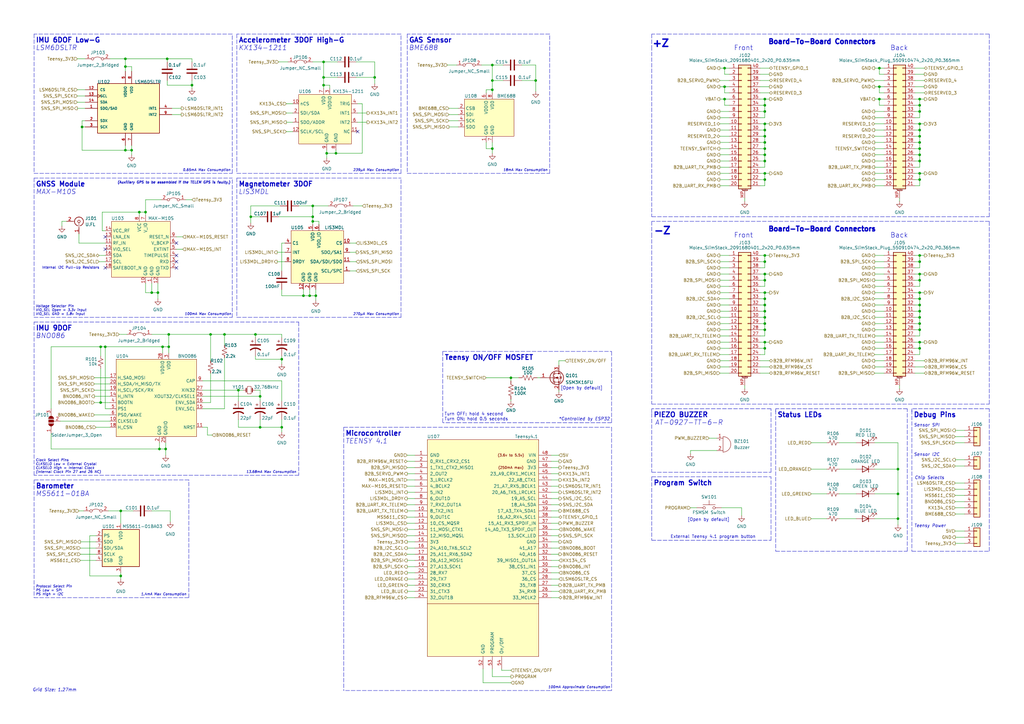
<source format=kicad_sch>
(kicad_sch (version 20211123) (generator eeschema)
  (paper "A3")
  (title_block (title "TARS MK4 Flight Computation Board") (date "2023-03-25") (rev "C") (company "Illinois Space Society") (comment 3 "Buffett Lee") (comment 4 "Contributors: Peter Giannetos, Eisha Peyyeti, Danny Guller, Rishi Patel, Siddhant Panse, "))
  (lib_symbols
    (symbol "Connector:Conn_Coaxial" (pin_names (offset 1.016) hide)
      (property "Reference" "J" (at 0.254 3.048 0))
      (property "Value" "Conn_Coaxial" (at 2.921 0 90))
      (symbol "Conn_Coaxial_1_1"
        (pin passive line (at -5.08 0 0) (length 2.54) (name "In") (number "1"))
        (pin passive line (at 0 -5.08 90) (length 2.54) (name "Ext") (number "2"))
      )
    )
    (symbol "Connector_Generic:Conn_01x02" (pin_names (offset 1.016) hide)
      (property "Reference" "J" (at 0 2.54 0))
      (property "Value" "Conn_01x02" (at 0 -5.08 0))
      (symbol "Conn_01x02_1_1"
        (pin passive line (at -5.08 0 0) (length 3.81) (name "Pin_1") (number "1"))
        (pin passive line (at -5.08 -2.54 0) (length 3.81) (name "Pin_2") (number "2"))
      )
    )
    (symbol "Connector_Generic:Conn_01x03" (pin_names (offset 1.016) hide)
      (property "Reference" "J" (at 0 5.08 0))
      (property "Value" "Conn_01x03" (at 0 -5.08 0))
      (symbol "Conn_01x03_1_1"
        (pin passive line (at -5.08 2.54 0) (length 3.81) (name "Pin_1") (number "1"))
        (pin passive line (at -5.08 0 0) (length 3.81) (name "Pin_2") (number "2"))
        (pin passive line (at -5.08 -2.54 0) (length 3.81) (name "Pin_3") (number "3"))
      )
    )
    (symbol "Connector_Generic:Conn_01x06" (pin_names (offset 1.016) hide)
      (property "Reference" "J" (at 0 7.62 0))
      (property "Value" "Conn_01x06" (at 0 -10.16 0))
      (symbol "Conn_01x06_1_1"
        (pin passive line (at -5.08 5.08 0) (length 3.81) (name "Pin_1") (number "1"))
        (pin passive line (at -5.08 2.54 0) (length 3.81) (name "Pin_2") (number "2"))
        (pin passive line (at -5.08 0 0) (length 3.81) (name "Pin_3") (number "3"))
        (pin passive line (at -5.08 -2.54 0) (length 3.81) (name "Pin_4") (number "4"))
        (pin passive line (at -5.08 -5.08 0) (length 3.81) (name "Pin_5") (number "5"))
        (pin passive line (at -5.08 -7.62 0) (length 3.81) (name "Pin_6") (number "6"))
      )
    )
    (symbol "Connector_Generic_MountingPin:Conn_02x20_Counter_Clockwise_MountingPin" (pin_names (offset 1.016) hide)
      (property "Reference" "J" (at 1.27 25.4 0))
      (property "Value" "Conn_02x20_Counter_Clockwise_MountingPin" (at 2.54 -27.94 0))
      (symbol "Conn_02x20_Counter_Clockwise_MountingPin_1_1"
        (text "Mounting" (at 1.27 -27.051 0) (effects (font (size 0.381 0.381))))
        (pin passive line (at -5.08 22.86 0) (length 3.81) (name "Pin_1") (number "1"))
        (pin passive line (at -5.08 0 0) (length 3.81) (name "Pin_10") (number "10"))
        (pin passive line (at -5.08 -2.54 0) (length 3.81) (name "Pin_11") (number "11"))
        (pin passive line (at -5.08 -5.08 0) (length 3.81) (name "Pin_12") (number "12"))
        (pin passive line (at -5.08 -7.62 0) (length 3.81) (name "Pin_13") (number "13"))
        (pin passive line (at -5.08 -10.16 0) (length 3.81) (name "Pin_14") (number "14"))
        (pin passive line (at -5.08 -12.7 0) (length 3.81) (name "Pin_15") (number "15"))
        (pin passive line (at -5.08 -15.24 0) (length 3.81) (name "Pin_16") (number "16"))
        (pin passive line (at -5.08 -17.78 0) (length 3.81) (name "Pin_17") (number "17"))
        (pin passive line (at -5.08 -20.32 0) (length 3.81) (name "Pin_18") (number "18"))
        (pin passive line (at -5.08 -22.86 0) (length 3.81) (name "Pin_19") (number "19"))
        (pin passive line (at -5.08 20.32 0) (length 3.81) (name "Pin_2") (number "2"))
        (pin passive line (at -5.08 -25.4 0) (length 3.81) (name "Pin_20") (number "20"))
        (pin passive line (at 7.62 -25.4 180) (length 3.81) (name "Pin_21") (number "21"))
        (pin passive line (at 7.62 -22.86 180) (length 3.81) (name "Pin_22") (number "22"))
        (pin passive line (at 7.62 -20.32 180) (length 3.81) (name "Pin_23") (number "23"))
        (pin passive line (at 7.62 -17.78 180) (length 3.81) (name "Pin_24") (number "24"))
        (pin passive line (at 7.62 -15.24 180) (length 3.81) (name "Pin_25") (number "25"))
        (pin passive line (at 7.62 -12.7 180) (length 3.81) (name "Pin_26") (number "26"))
        (pin passive line (at 7.62 -10.16 180) (length 3.81) (name "Pin_27") (number "27"))
        (pin passive line (at 7.62 -7.62 180) (length 3.81) (name "Pin_28") (number "28"))
        (pin passive line (at 7.62 -5.08 180) (length 3.81) (name "Pin_29") (number "29"))
        (pin passive line (at -5.08 17.78 0) (length 3.81) (name "Pin_3") (number "3"))
        (pin passive line (at 7.62 -2.54 180) (length 3.81) (name "Pin_30") (number "30"))
        (pin passive line (at 7.62 0 180) (length 3.81) (name "Pin_31") (number "31"))
        (pin passive line (at 7.62 2.54 180) (length 3.81) (name "Pin_32") (number "32"))
        (pin passive line (at 7.62 5.08 180) (length 3.81) (name "Pin_33") (number "33"))
        (pin passive line (at 7.62 7.62 180) (length 3.81) (name "Pin_34") (number "34"))
        (pin passive line (at 7.62 10.16 180) (length 3.81) (name "Pin_35") (number "35"))
        (pin passive line (at 7.62 12.7 180) (length 3.81) (name "Pin_36") (number "36"))
        (pin passive line (at 7.62 15.24 180) (length 3.81) (name "Pin_37") (number "37"))
        (pin passive line (at 7.62 17.78 180) (length 3.81) (name "Pin_38") (number "38"))
        (pin passive line (at 7.62 20.32 180) (length 3.81) (name "Pin_39") (number "39"))
        (pin passive line (at -5.08 15.24 0) (length 3.81) (name "Pin_4") (number "4"))
        (pin passive line (at 7.62 22.86 180) (length 3.81) (name "Pin_40") (number "40"))
        (pin passive line (at -5.08 12.7 0) (length 3.81) (name "Pin_5") (number "5"))
        (pin passive line (at -5.08 10.16 0) (length 3.81) (name "Pin_6") (number "6"))
        (pin passive line (at -5.08 7.62 0) (length 3.81) (name "Pin_7") (number "7"))
        (pin passive line (at -5.08 5.08 0) (length 3.81) (name "Pin_8") (number "8"))
        (pin passive line (at -5.08 2.54 0) (length 3.81) (name "Pin_9") (number "9"))
        (pin passive line (at 1.27 -30.48 90) (length 3.048) (name "MountPin") (number "MP"))
      )
    )
    (symbol "Device:Buzzer" (pin_names (offset 0.0254) hide)
      (property "Reference" "BZ" (at 3.81 1.27 0))
      (property "Value" "Buzzer" (at 3.81 -1.27 0))
      (symbol "Buzzer_1_1"
        (pin passive line (at -2.54 2.54 0) (length 2.54) (name "-") (number "1"))
        (pin passive line (at -2.54 -2.54 0) (length 2.54) (name "+") (number "2"))
      )
    )
    (symbol "Device:C" (pin_numbers hide) (pin_names (offset 0.254))
      (property "Reference" "C" (at 0.635 2.54 0))
      (property "Value" "C" (at 0.635 -2.54 0))
      (symbol "C_1_1"
        (pin passive line (at 0 3.81 270) (length 2.794) (name "~") (number "1"))
        (pin passive line (at 0 -3.81 90) (length 2.794) (name "~") (number "2"))
      )
    )
    (symbol "Device:C_Polarized_US" (pin_numbers hide) (pin_names (offset 0.254) hide)
      (property "Reference" "C" (at 0.635 2.54 0))
      (property "Value" "C_Polarized_US" (at 0.635 -2.54 0))
      (symbol "C_Polarized_US_1_1"
        (pin passive line (at 0 3.81 270) (length 2.794) (name "~") (number "1"))
        (pin passive line (at 0 -3.81 90) (length 3.302) (name "~") (number "2"))
      )
    )
    (symbol "Device:Crystal_Small" (pin_numbers hide) (pin_names (offset 1.016) hide)
      (property "Reference" "Y" (at 0 2.54 0))
      (property "Value" "Crystal_Small" (at 0 -2.54 0))
      (symbol "Crystal_Small_1_1"
        (pin passive line (at -2.54 0 0) (length 1.27) (name "1") (number "1"))
        (pin passive line (at 2.54 0 180) (length 1.27) (name "2") (number "2"))
      )
    )
    (symbol "Device:LED" (pin_numbers hide) (pin_names (offset 1.016) hide)
      (property "Reference" "D" (at 0 2.54 0))
      (property "Value" "LED" (at 0 -2.54 0))
      (symbol "LED_1_1"
        (pin passive line (at -3.81 0 0) (length 2.54) (name "K") (number "1"))
        (pin passive line (at 3.81 0 180) (length 2.54) (name "A") (number "2"))
      )
    )
    (symbol "Device:R_Small_US" (pin_numbers hide) (pin_names (offset 0.254) hide)
      (property "Reference" "R" (at 0.762 0.508 0))
      (property "Value" "R_Small_US" (at 0.762 -1.016 0))
      (symbol "R_Small_US_1_1"
        (pin passive line (at 0 2.54 270) (length 1.016) (name "~") (number "1"))
        (pin passive line (at 0 -2.54 90) (length 1.016) (name "~") (number "2"))
      )
    )
    (symbol "Device:R_US" (pin_numbers hide) (pin_names (offset 0))
      (property "Reference" "R" (at 2.54 0 90))
      (property "Value" "R_US" (at -2.54 0 90))
      (symbol "R_US_1_1"
        (pin passive line (at 0 3.81 270) (length 1.27) (name "~") (number "1"))
        (pin passive line (at 0 -3.81 90) (length 1.27) (name "~") (number "2"))
      )
    )
    (symbol "Jumper:Jumper_2_Bridged" (pin_names (offset 0) hide)
      (property "Reference" "JP" (at 0 1.905 0))
      (property "Value" "Jumper_2_Bridged" (at 0 -2.54 0))
      (symbol "Jumper_2_Bridged_1_1"
        (pin passive line (at -5.08 0 0) (length 2.54) (name "A") (number "1"))
        (pin passive line (at 5.08 0 180) (length 2.54) (name "B") (number "2"))
      )
    )
    (symbol "Jumper:SolderJumper_3_Open" (pin_names (offset 0) hide)
      (property "Reference" "JP" (at -2.54 -2.54 0))
      (property "Value" "SolderJumper_3_Open" (at 0 2.794 0))
      (symbol "SolderJumper_3_Open_1_1"
        (pin passive line (at -5.08 0 0) (length 2.54) (name "A") (number "1"))
        (pin input line (at 0 -3.81 90) (length 2.54) (name "C") (number "2"))
        (pin passive line (at 5.08 0 180) (length 2.54) (name "B") (number "3"))
      )
    )
    (symbol "MCU_Teensy:Teensy4.1" (pin_names (offset 1.016))
      (property "Reference" "U108" (at -20.32 62.23 0))
      (property "Value" "Teensy4.1" (at 17.78 62.23 0))
      (symbol "Teensy4.1_0_0"
        (text "(250mA max)" (at 11.43 49.53 0) (effects (font (size 1.016 1.016))))
        (text "(3.6v to 5.5v)" (at 11.43 54.61 0) (effects (font (size 1.016 1.016))))
        (pin bidirectional line (at -27.94 31.75 0) (length 5.08) (name "8_TX2_IN1") (number "10"))
        (pin bidirectional line (at -27.94 29.21 0) (length 5.08) (name "9_OUT1C") (number "11"))
        (pin bidirectional line (at -27.94 26.67 0) (length 5.08) (name "10_CS_MQSR") (number "12"))
        (pin bidirectional line (at -27.94 24.13 0) (length 5.08) (name "11_MOSI_CTX1") (number "13"))
        (pin bidirectional line (at -27.94 21.59 0) (length 5.08) (name "12_MISO_MQSL") (number "14"))
        (pin power_in line (at -27.94 19.05 0) (length 5.08) (name "3V3") (number "15"))
        (pin bidirectional line (at -27.94 16.51 0) (length 5.08) (name "24_A10_TX6_SCL2") (number "16"))
        (pin bidirectional line (at -27.94 13.97 0) (length 5.08) (name "25_A11_RX6_SDA2") (number "17"))
        (pin bidirectional line (at -27.94 11.43 0) (length 5.08) (name "26_A12_MOSI1") (number "18"))
        (pin bidirectional line (at -27.94 8.89 0) (length 5.08) (name "27_A13_SCK1") (number "19"))
        (pin bidirectional line (at -27.94 6.35 0) (length 5.08) (name "28_RX7") (number "20"))
        (pin bidirectional line (at -27.94 3.81 0) (length 5.08) (name "29_TX7") (number "21"))
        (pin bidirectional line (at -27.94 1.27 0) (length 5.08) (name "30_CRX3") (number "22"))
        (pin bidirectional line (at -27.94 -1.27 0) (length 5.08) (name "31_CTX3") (number "23"))
        (pin bidirectional line (at -27.94 -3.81 0) (length 5.08) (name "32_OUT1B") (number "24"))
        (pin bidirectional line (at 27.94 -3.81 180) (length 5.08) (name "33_MCLK2") (number "25"))
        (pin bidirectional line (at 27.94 -1.27 180) (length 5.08) (name "34_RX8") (number "26"))
        (pin bidirectional line (at 27.94 1.27 180) (length 5.08) (name "35_TX8") (number "27"))
        (pin bidirectional line (at 27.94 3.81 180) (length 5.08) (name "36_CS") (number "28"))
        (pin bidirectional line (at 27.94 6.35 180) (length 5.08) (name "37_CS") (number "29"))
        (pin bidirectional line (at 27.94 8.89 180) (length 5.08) (name "38_CS1_IN1") (number "30"))
        (pin bidirectional line (at 27.94 11.43 180) (length 5.08) (name "39_MISO1_OUT1A") (number "31"))
        (pin bidirectional line (at 27.94 13.97 180) (length 5.08) (name "40_A16") (number "32"))
        (pin bidirectional line (at 27.94 16.51 180) (length 5.08) (name "41_A17") (number "33"))
        (pin bidirectional line (at 27.94 21.59 180) (length 5.08) (name "13_SCK_LED") (number "35"))
        (pin bidirectional line (at 27.94 24.13 180) (length 5.08) (name "14_A0_TX3_SPDIF_OUT") (number "36"))
        (pin bidirectional line (at 27.94 26.67 180) (length 5.08) (name "15_A1_RX3_SPDIF_IN") (number "37"))
        (pin bidirectional line (at 27.94 29.21 180) (length 5.08) (name "16_A2_RX4_SCL1") (number "38"))
        (pin bidirectional line (at 27.94 31.75 180) (length 5.08) (name "17_A3_TX4_SDA1") (number "39"))
        (pin bidirectional line (at 27.94 34.29 180) (length 5.08) (name "18_A4_SDA") (number "40"))
        (pin bidirectional line (at 27.94 36.83 180) (length 5.08) (name "19_A5_SCL") (number "41"))
        (pin bidirectional line (at 27.94 39.37 180) (length 5.08) (name "20_A6_TX5_LRCLK1") (number "42"))
        (pin bidirectional line (at 27.94 41.91 180) (length 5.08) (name "21_A7_RX5_BCLK1") (number "43"))
        (pin bidirectional line (at 27.94 44.45 180) (length 5.08) (name "22_A8_CTX1") (number "44"))
        (pin bidirectional line (at 27.94 46.99 180) (length 5.08) (name "23_A9_CRX1_MCLK1") (number "45"))
        (pin power_in line (at 27.94 49.53 180) (length 5.08) (name "3V3") (number "46"))
        (pin power_in line (at 27.94 52.07 180) (length 5.08) (name "GND") (number "47"))
        (pin power_in line (at 27.94 54.61 180) (length 5.08) (name "VIN") (number "48"))
        (pin bidirectional line (at -27.94 44.45 0) (length 5.08) (name "3_LRCLK2") (number "5"))
        (pin power_out line (at 0 -33.02 90) (length 5.08) (name "GND") (number "52"))
        (pin input line (at 3.81 -33.02 90) (length 5.08) (name "PROGRAM") (number "53"))
        (pin bidirectional line (at 7.62 -33.02 90) (length 5.08) (name "On/Off") (number "54"))
        (pin bidirectional line (at -27.94 41.91 0) (length 5.08) (name "4_BCLK2") (number "6"))
        (pin bidirectional line (at -27.94 39.37 0) (length 5.08) (name "5_IN2") (number "7"))
        (pin bidirectional line (at -27.94 36.83 0) (length 5.08) (name "6_OUT1D") (number "8"))
        (pin bidirectional line (at -27.94 34.29 0) (length 5.08) (name "7_RX2_OUT1A") (number "9"))
      )
      (symbol "Teensy4.1_1_1"
        (pin power_in line (at -27.94 54.61 0) (length 5.08) (name "GND") (number "1"))
        (pin bidirectional line (at -27.94 52.07 0) (length 5.08) (name "0_RX1_CRX2_CS1") (number "2"))
        (pin bidirectional line (at -27.94 49.53 0) (length 5.08) (name "1_TX1_CTX2_MISO1") (number "3"))
        (pin power_in line (at 27.94 19.05 180) (length 5.08) (name "GND") (number "34"))
        (pin bidirectional line (at -27.94 46.99 0) (length 5.08) (name "2_OUT2") (number "4"))
      )
    )
    (symbol "RF_GPS_uBlox:MAX-M10S"
      (property "Reference" "U" (at -12.7 12.7 0))
      (property "Value" "MAX-M10S" (at 7.62 12.7 0))
      (symbol "MAX-M10S_1_1"
        (pin power_out line (at 3.81 -13.97 90) (length 2.54) (name "GND") (number "1"))
        (pin power_out line (at 1.27 -13.97 90) (length 2.54) (name "GND") (number "10"))
        (pin input line (at -15.24 2.54 0) (length 2.54) (name "RF_IN") (number "11"))
        (pin power_out line (at 6.35 -13.97 90) (length 2.54) (name "GND") (number "12"))
        (pin unspecified line (at -15.24 5.08 0) (length 2.54) (name "LNA_EN") (number "13"))
        (pin unspecified line (at -15.24 7.62 0) (length 2.54) (name "VCC_RF") (number "14"))
        (pin unspecified line (at -15.24 0 0) (length 2.54) (name "VIO_SEL") (number "15"))
        (pin bidirectional line (at -15.24 -2.54 0) (length 2.54) (name "SDA") (number "16"))
        (pin input line (at -15.24 -5.08 0) (length 2.54) (name "SCL") (number "17"))
        (pin unspecified line (at -15.24 -7.62 0) (length 2.54) (name "SAFEBOOT_N") (number "18"))
        (pin output line (at 13.97 -7.62 180) (length 2.54) (name "TXD") (number "2"))
        (pin input line (at 13.97 -5.08 180) (length 2.54) (name "RXD") (number "3"))
        (pin unspecified line (at 13.97 -2.54 180) (length 2.54) (name "TIMEPULSE") (number "4"))
        (pin input line (at 13.97 0 180) (length 2.54) (name "EXTINT") (number "5"))
        (pin power_in line (at 13.97 2.54 180) (length 2.54) (name "V_BCKP") (number "6"))
        (pin power_in line (at 1.27 13.97 270) (length 2.54) (name "V_IO") (number "7"))
        (pin power_in line (at -1.27 13.97 270) (length 2.54) (name "VCC") (number "8"))
        (pin input line (at 13.97 5.08 180) (length 2.54) (name "RESET_N") (number "9"))
      )
    )
    (symbol "Sensor_Environmental:BME688"
      (property "Reference" "U" (at -10.16 8.89 0))
      (property "Value" "BME688" (at 7.62 8.89 0))
      (symbol "BME688_0_0"
        (pin power_in line (at -1.27 -10.16 90) (length 2.54) (name "GND") (number "1"))
        (pin input line (at -12.7 3.81 0) (length 2.54) (name "CSB") (number "2"))
        (pin bidirectional line (at -12.7 1.27 0) (length 2.54) (name "SDI") (number "3"))
        (pin input line (at -12.7 -1.27 0) (length 2.54) (name "SCK") (number "4"))
        (pin output line (at -12.7 -3.81 0) (length 2.54) (name "SDO") (number "5"))
        (pin power_in line (at -1.27 10.16 270) (length 2.54) (name "VDDIO") (number "6"))
        (pin power_in line (at 1.27 -10.16 90) (length 2.54) (name "GND") (number "7"))
        (pin power_in line (at 1.27 10.16 270) (length 2.54) (name "VDD") (number "8"))
      )
    )
    (symbol "Sensor_Pressure:MS5611-01BA"
      (property "Reference" "U" (at -6.35 8.89 0))
      (property "Value" "MS5611-01BA" (at 7.62 8.89 0))
      (symbol "MS5611-01BA_1_1"
        (pin power_in line (at 0 10.16 270) (length 2.54) (name "VDD") (number "1"))
        (pin input line (at -10.16 5.08 0) (length 2.54) (name "PS") (number "2"))
        (pin power_in line (at 0 -10.16 90) (length 2.54) (name "GND") (number "3"))
        (pin input line (at -10.16 -5.08 0) (length 2.54) (name "CSB") (number "4"))
        (pin input line (at -10.16 -5.08 0) (length 2.54) hide (name "CSB") (number "5"))
        (pin output line (at -10.16 2.54 0) (length 2.54) (name "SDO") (number "6"))
        (pin bidirectional line (at -10.16 0 0) (length 2.54) (name "SDI/SDA") (number "7"))
        (pin input line (at -10.16 -2.54 0) (length 2.54) (name "SCLK") (number "8"))
      )
    )
    (symbol "Sensors_Motion_CEVA:BNO086"
      (property "Reference" "U" (at -14.605 15.875 0))
      (property "Value" "BNO086" (at 13.97 15.875 0))
      (symbol "BNO086_1_1"
        (pin input line (at -17.78 -10.795 0) (length 2.54) (name "CLKSEL0") (number "10"))
        (pin input line (at 20.32 -13.335 180) (length 2.54) (name "NRST") (number "11"))
        (pin output line (at -17.78 -0.635 0) (length 2.54) (name "H_INTN") (number "14"))
        (pin bidirectional line (at 20.32 -5.715 180) (length 2.54) (name "ENV_SCL") (number "15"))
        (pin bidirectional line (at 20.32 -3.175 180) (length 2.54) (name "ENV_SDA") (number "16"))
        (pin input line (at -17.78 6.985 0) (length 2.54) (name "H_SA0_MOSI") (number "17"))
        (pin input line (at -17.78 -13.335 0) (length 2.54) (name "H_CSN") (number "18"))
        (pin bidirectional line (at -17.78 1.905 0) (length 2.54) (name "H_SCL/SCK/RX") (number "19"))
        (pin power_in line (at 2.54 -19.685 90) (length 2.54) (name "GND") (number "2"))
        (pin bidirectional line (at -17.78 4.445 0) (length 2.54) (name "H_SDA/H_MISO/TX") (number "20"))
        (pin power_in line (at 5.08 -19.685 90) (length 2.54) (name "GNDIO") (number "25"))
        (pin output line (at 20.32 -0.635 180) (length 2.54) (name "XOUT32/CLKSEL1") (number "26"))
        (pin input line (at 20.32 1.905 180) (length 2.54) (name "XIN32") (number "27"))
        (pin power_in line (at 3.81 17.145 270) (length 2.54) (name "VDDIO") (number "28"))
        (pin power_in line (at 6.35 17.145 270) (length 2.54) (name "VDD") (number "3"))
        (pin input line (at -17.78 -3.175 0) (length 2.54) (name "BOOTN") (number "4"))
        (pin input line (at -17.78 -5.715 0) (length 2.54) (name "PS1") (number "5"))
        (pin input line (at -17.78 -8.255 0) (length 2.54) (name "PS0/WAKE") (number "6"))
        (pin passive line (at 20.32 5.715 180) (length 2.54) (name "CAP") (number "9"))
      )
    )
    (symbol "Sensors_Motion_Kionix:KX134-1211"
      (property "Reference" "U" (at -11.43 11.43 0))
      (property "Value" "KX134-1211" (at 8.89 11.43 0))
      (symbol "KX134-1211_0_0"
        (text "" (at -12.7 2.54 0) (effects (font (size 1.27 1.27))))
      )
      (symbol "KX134-1211_1_1"
        (pin bidirectional line (at -13.97 -1.27 0) (length 2.54) (name "SDO/ADDR") (number "1"))
        (pin input line (at -13.97 6.35 0) (length 2.54) (name "nCS") (number "10"))
        (pin unspecified line (at 12.7 -5.08 180) (length 2.54) (name "NC") (number "11"))
        (pin input line (at -13.97 -5.08 0) (length 2.54) (name "SCLK/SCL") (number "12"))
        (pin bidirectional line (at -13.97 2.54 0) (length 2.54) (name "SDI/SDA") (number "2"))
        (pin power_in line (at 1.27 12.7 270) (length 2.54) (name "VDDIO") (number "3"))
        (pin input line (at 12.7 6.35 180) (length 2.54) (name "TRIG") (number "4"))
        (pin output line (at 12.7 2.54 180) (length 2.54) (name "INT1") (number "5"))
        (pin output line (at 12.7 -1.27 180) (length 2.54) (name "INT2") (number "6"))
        (pin power_in line (at -1.27 12.7 270) (length 2.54) (name "VDD") (number "7"))
        (pin power_in line (at 3.81 -12.7 90) (length 2.54) (name "GND") (number "8"))
        (pin power_in line (at 0 -12.7 90) (length 2.54) (name "GND") (number "9"))
      )
    )
    (symbol "Sensors_Motion_STM:LIS3MDL"
      (property "Reference" "U" (at -10.16 11.43 0))
      (property "Value" "LIS3MDL" (at 7.62 11.43 0))
      (symbol "LIS3MDL_1_1"
        (pin input line (at 13.97 -6.35 180) (length 2.54) (name "SCL/SPC") (number "1"))
        (pin input line (at 13.97 5.08 180) (length 2.54) (name "CS") (number "10"))
        (pin input line (at 13.97 -2.54 180) (length 2.54) (name "SDA/SDI/SDO") (number "11"))
        (pin power_in line (at -5.08 -13.97 90) (length 2.54) (name "GND") (number "12"))
        (pin power_in line (at -2.54 -13.97 90) (length 2.54) (name "GND") (number "2"))
        (pin power_in line (at 0 -13.97 90) (length 2.54) (name "GND") (number "3"))
        (pin input line (at -12.7 5.08 0) (length 2.54) (name "C1") (number "4"))
        (pin power_in line (at -1.27 12.7 270) (length 2.54) (name "VDD") (number "5"))
        (pin power_in line (at 1.27 12.7 270) (length 2.54) (name "VDD_IO") (number "6"))
        (pin output line (at -12.7 1.27 0) (length 2.54) (name "INT") (number "7"))
        (pin output line (at -12.7 -2.54 0) (length 2.54) (name "DRDY") (number "8"))
        (pin output line (at 13.97 1.27 180) (length 2.54) (name "SDO/SA1") (number "9"))
      )
    )
    (symbol "Sensors_Motion_STM:LSM6DSLTR" (pin_names (offset 1.016))
      (property "Reference" "U" (at -12.7187 10.6837 0))
      (property "Value" "LSM6DSLTR" (at 3.81 10.16 0))
      (symbol "LSM6DSLTR_0_0"
        (pin bidirectional line (at -17.78 0 0) (length 5.08) (name "SDO/SA0") (number "1"))
        (pin input line (at -17.78 7.62 0) (length 5.08) (name "CS") (number "12"))
        (pin input clock (at -17.78 5.08 0) (length 5.08) (name "SCL") (number "13"))
        (pin bidirectional line (at -17.78 2.54 0) (length 5.08) (name "SDA") (number "14"))
        (pin bidirectional line (at -17.78 -5.08 0) (length 5.08) (name "SDX") (number "2"))
        (pin bidirectional line (at -17.78 -7.62 0) (length 5.08) (name "SCX") (number "3"))
        (pin output line (at 17.78 0 180) (length 5.08) (name "INT1") (number "4"))
        (pin power_in line (at -1.27 15.24 270) (length 5.08) (name "VDDIO") (number "5"))
        (pin power_in line (at -1.27 -15.24 90) (length 5.08) (name "GND") (number "6"))
        (pin power_in line (at 1.27 -15.24 90) (length 5.08) (name "GND") (number "7"))
        (pin power_in line (at 1.27 15.24 270) (length 5.08) (name "VDD") (number "8"))
        (pin output line (at 17.78 -2.54 180) (length 5.08) (name "INT2") (number "9"))
      )
    )
    (symbol "Switch:SW_Push" (pin_numbers hide) (pin_names (offset 1.016) hide)
      (property "Reference" "SW" (at 1.27 2.54 0))
      (property "Value" "SW_Push" (at 0 -1.524 0))
      (symbol "SW_Push_0_1"
        (pin passive line (at -5.08 0 0) (length 2.54) (name "1") (number "1"))
        (pin passive line (at 5.08 0 180) (length 2.54) (name "2") (number "2"))
      )
    )
    (symbol "Transistor_FET:BSS123" (pin_names hide)
      (property "Reference" "Q" (at 5.08 1.905 0))
      (property "Value" "BSS123" (at 5.08 0 0))
      (symbol "BSS123_1_1"
        (pin input line (at -5.08 0 0) (length 2.54) (name "G") (number "1"))
        (pin passive line (at 2.54 -5.08 90) (length 2.54) (name "S") (number "2"))
        (pin passive line (at 2.54 5.08 270) (length 2.54) (name "D") (number "3"))
      )
    )
    (symbol "power:GND" (power) (pin_names (offset 0))
      (property "Value" "GND" (at 0 -3.81 0))
      (symbol "GND_1_1"
        (pin power_in line (at 0 0 270) (length 0) hide (name "GND") (number "1"))
      )
    )
  )
  (junction (at 377.19 58.42))
  (junction (at 360.68 27.94))
  (junction (at 49.53 236.22))
  (junction (at 313.69 40.64))
  (junction (at 128.27 90.805))
  (junction (at 368.3 192.405))
  (junction (at 313.69 125.095))
  (junction (at 377.19 107.315))
  (junction (at 297.18 27.94))
  (junction (at 377.19 135.255))
  (junction (at 377.19 127.635))
  (junction (at 313.69 132.715))
  (junction (at 368.3 202.565))
  (junction (at 41.275 165.1))
  (junction (at 377.19 50.8))
  (junction (at 313.69 71.12))
  (junction (at 377.19 132.715))
  (junction (at 377.19 55.88))
  (junction (at 377.19 140.335))
  (junction (at 313.69 73.66))
  (junction (at 132.715 31.75))
  (junction (at 313.69 60.96))
  (junction (at 297.18 35.56))
  (junction (at 51.435 24.13))
  (junction (at 201.93 36.83))
  (junction (at 124.46 121.285))
  (junction (at 115.57 147.32))
  (junction (at 377.19 112.395))
  (junction (at 69.215 137.16))
  (junction (at 377.19 114.935))
  (junction (at 377.19 122.555))
  (junction (at 57.15 86.995))
  (junction (at 313.69 142.875))
  (junction (at 377.19 63.5))
  (junction (at 209.55 154.94))
  (junction (at 313.69 55.88))
  (junction (at 51.435 27.305))
  (junction (at 128.27 88.9))
  (junction (at 377.19 130.175))
  (junction (at 65.405 184.15))
  (junction (at 53.975 61.595))
  (junction (at 66.675 142.24))
  (junction (at 377.19 66.04))
  (junction (at 68.58 24.13))
  (junction (at 49.53 209.55))
  (junction (at 127 121.285))
  (junction (at 377.19 40.64))
  (junction (at 137.795 62.865))
  (junction (at 313.69 112.395))
  (junction (at 67.945 184.15))
  (junction (at 377.19 53.34))
  (junction (at 69.215 142.24))
  (junction (at 92.075 137.16))
  (junction (at 59.69 86.995))
  (junction (at 313.69 63.5))
  (junction (at 377.19 125.095))
  (junction (at 377.19 60.96))
  (junction (at 297.18 40.64))
  (junction (at 129.54 121.285))
  (junction (at 201.93 33.02))
  (junction (at 313.69 43.18))
  (junction (at 313.69 122.555))
  (junction (at 360.68 35.56))
  (junction (at 313.69 58.42))
  (junction (at 313.69 107.315))
  (junction (at 133.985 62.865))
  (junction (at 78.74 34.925))
  (junction (at 313.69 130.175))
  (junction (at 51.435 61.595))
  (junction (at 377.19 73.66))
  (junction (at 377.19 142.875))
  (junction (at 62.23 120.015))
  (junction (at 106.68 175.26))
  (junction (at 377.19 104.775))
  (junction (at 313.69 66.04))
  (junction (at 97.79 160.02))
  (junction (at 368.3 212.725))
  (junction (at 313.69 127.635))
  (junction (at 153.67 31.75))
  (junction (at 377.19 43.18))
  (junction (at 360.68 40.64))
  (junction (at 377.19 71.12))
  (junction (at 41.275 142.24))
  (junction (at 377.19 45.72))
  (junction (at 128.27 84.455))
  (junction (at 201.93 60.96))
  (junction (at 86.36 137.16))
  (junction (at 219.71 33.02))
  (junction (at 106.68 162.56))
  (junction (at 313.69 50.8))
  (junction (at 64.77 120.015))
  (junction (at 33.655 52.07))
  (junction (at 115.57 175.26))
  (junction (at 313.69 135.255))
  (junction (at 313.69 45.72))
  (junction (at 377.19 120.015))
  (junction (at 104.775 137.16))
  (junction (at 132.715 34.925))
  (junction (at 43.18 142.24))
  (junction (at 201.93 26.67))
  (junction (at 313.69 104.775))
  (junction (at 313.69 120.015))
  (junction (at 132.715 25.4))
  (junction (at 102.87 88.9))
  (junction (at 313.69 53.34))
  (junction (at 313.69 140.335))
  (junction (at 313.69 114.935))
  (no_connect (at 72.39 109.855))
  (no_connect (at 72.39 107.315))
  (no_connect (at 43.18 109.855))
  (no_connect (at 43.18 102.235))
  (no_connect (at 72.39 99.695))
  (no_connect (at 72.39 104.775))
  (no_connect (at 146.685 53.975))
  (no_connect (at 43.18 97.155))
  (wire (pts (xy 20.955 142.24) (xy 20.955 167.64)))
  (wire (pts (xy 33.655 49.53) (xy 33.655 52.07)))
  (wire (pts (xy 377.19 53.34) (xy 377.19 55.88)))
  (wire (pts (xy 113.665 103.505) (xy 116.84 103.505)))
  (polyline (pts (xy 372.11 226.06) (xy 372.11 167.64)))
  (wire (pts (xy 201.93 60.96) (xy 201.93 62.865)))
  (wire (pts (xy 209.55 163.83) (xy 209.55 164.465)))
  (polyline (pts (xy 267.335 90.805) (xy 267.335 95.885)))
  (wire (pts (xy 199.39 36.83) (xy 201.93 36.83)))
  (wire (pts (xy 358.775 109.855) (xy 362.585 109.855)))
  (wire (pts (xy 104.775 147.32) (xy 104.775 146.05)))
  (wire (pts (xy 33.02 227.33) (xy 39.37 227.33)))
  (wire (pts (xy 375.285 38.1) (xy 379.095 38.1)))
  (wire (pts (xy 167.005 242.57) (xy 170.18 242.57)))
  (wire (pts (xy 102.87 88.9) (xy 106.68 88.9)))
  (wire (pts (xy 313.69 135.255) (xy 311.785 135.255)))
  (wire (pts (xy 114.3 88.9) (xy 128.27 88.9)))
  (wire (pts (xy 313.69 104.775) (xy 311.785 104.775)))
  (wire (pts (xy 360.68 27.94) (xy 360.68 30.48)))
  (wire (pts (xy 313.69 66.04) (xy 311.785 66.04)))
  (wire (pts (xy 358.775 127.635) (xy 362.585 127.635)))
  (wire (pts (xy 377.19 73.66) (xy 375.285 73.66)))
  (wire (pts (xy 295.275 33.02) (xy 299.085 33.02)))
  (wire (pts (xy 59.69 116.205) (xy 59.69 120.015)))
  (wire (pts (xy 313.69 114.935) (xy 313.69 117.475)))
  (wire (pts (xy 332.74 202.565) (xy 339.09 202.565)))
  (wire (pts (xy 83.185 175.26) (xy 85.09 175.26)))
  (wire (pts (xy 358.775 66.04) (xy 362.585 66.04)))
  (wire (pts (xy 313.69 125.095) (xy 313.69 127.635)))
  (wire (pts (xy 295.275 114.935) (xy 299.085 114.935)))
  (polyline (pts (xy 122.555 132.08) (xy 122.555 194.945)))
  (wire (pts (xy 41.275 165.1) (xy 45.085 165.1)))
  (polyline (pts (xy 405.765 165.735) (xy 405.765 90.805)))
  (wire (pts (xy 377.19 76.2) (xy 375.285 76.2)))
  (wire (pts (xy 295.275 125.095) (xy 299.085 125.095)))
  (wire (pts (xy 229.235 242.57) (xy 226.06 242.57)))
  (wire (pts (xy 375.285 30.48) (xy 379.095 30.48)))
  (wire (pts (xy 31.75 41.91) (xy 34.925 41.91)))
  (wire (pts (xy 69.215 137.16) (xy 69.215 142.24)))
  (wire (pts (xy 167.005 229.87) (xy 170.18 229.87)))
  (wire (pts (xy 297.18 40.64) (xy 299.085 40.64)))
  (wire (pts (xy 198.12 280.035) (xy 209.55 280.035)))
  (wire (pts (xy 148.59 42.545) (xy 148.59 62.865)))
  (wire (pts (xy 377.19 122.555) (xy 377.19 125.095)))
  (wire (pts (xy 122.555 84.455) (xy 128.27 84.455)))
  (wire (pts (xy 311.785 153.035) (xy 315.595 153.035)))
  (wire (pts (xy 51.435 27.305) (xy 53.975 27.305)))
  (wire (pts (xy 313.69 137.795) (xy 311.785 137.795)))
  (polyline (pts (xy 267.335 193.675) (xy 316.23 193.675)))
  (wire (pts (xy 41.91 94.615) (xy 41.91 86.995)))
  (wire (pts (xy 313.69 127.635) (xy 313.69 130.175)))
  (polyline (pts (xy 225.425 71.12) (xy 225.425 13.97)))
  (wire (pts (xy 362.585 43.18) (xy 360.68 43.18)))
  (wire (pts (xy 229.235 217.17) (xy 226.06 217.17)))
  (wire (pts (xy 66.675 142.24) (xy 66.675 144.78)))
  (wire (pts (xy 38.735 157.48) (xy 45.085 157.48)))
  (wire (pts (xy 377.19 104.775) (xy 375.285 104.775)))
  (wire (pts (xy 115.57 99.695) (xy 115.57 111.125)))
  (wire (pts (xy 295.275 137.795) (xy 299.085 137.795)))
  (wire (pts (xy 377.19 120.015) (xy 377.19 122.555)))
  (wire (pts (xy 360.68 30.48) (xy 362.585 30.48)))
  (wire (pts (xy 295.275 71.12) (xy 299.085 71.12)))
  (wire (pts (xy 115.57 149.225) (xy 115.57 147.32)))
  (wire (pts (xy 167.005 222.25) (xy 170.18 222.25)))
  (wire (pts (xy 128.27 84.455) (xy 128.27 88.9)))
  (wire (pts (xy 297.18 27.94) (xy 297.18 30.48)))
  (wire (pts (xy 358.775 212.725) (xy 368.3 212.725)))
  (wire (pts (xy 377.19 132.715) (xy 377.19 135.255)))
  (wire (pts (xy 295.275 35.56) (xy 297.18 35.56)))
  (wire (pts (xy 313.69 122.555) (xy 311.785 122.555)))
  (wire (pts (xy 332.74 212.725) (xy 339.09 212.725)))
  (wire (pts (xy 104.775 137.16) (xy 104.775 138.43)))
  (wire (pts (xy 311.785 38.1) (xy 315.595 38.1)))
  (wire (pts (xy 213.995 26.67) (xy 219.71 26.67)))
  (wire (pts (xy 311.785 147.955) (xy 315.595 147.955)))
  (wire (pts (xy 283.21 208.28) (xy 285.75 208.28)))
  (polyline (pts (xy 13.97 73.025) (xy 95.25 73.025)))
  (wire (pts (xy 229.235 232.41) (xy 226.06 232.41)))
  (polyline (pts (xy 95.25 13.97) (xy 13.97 13.97)))
  (wire (pts (xy 377.19 45.72) (xy 377.19 48.26)))
  (wire (pts (xy 229.235 214.63) (xy 226.06 214.63)))
  (polyline (pts (xy 250.825 175.26) (xy 250.825 283.21)))
  (wire (pts (xy 106.68 164.465) (xy 106.68 162.56)))
  (polyline (pts (xy 374.015 226.06) (xy 405.765 226.06)))
  (wire (pts (xy 377.19 71.12) (xy 379.095 71.12)))
  (wire (pts (xy 132.715 31.75) (xy 132.715 25.4)))
  (wire (pts (xy 153.67 31.75) (xy 153.67 34.29)))
  (wire (pts (xy 59.69 120.015) (xy 62.23 120.015)))
  (wire (pts (xy 62.23 209.55) (xy 69.85 209.55)))
  (wire (pts (xy 106.68 172.085) (xy 106.68 175.26)))
  (wire (pts (xy 377.19 122.555) (xy 375.285 122.555)))
  (wire (pts (xy 295.275 45.72) (xy 299.085 45.72)))
  (wire (pts (xy 39.37 175.26) (xy 45.085 175.26)))
  (polyline (pts (xy 267.335 169.545) (xy 267.335 193.675)))
  (wire (pts (xy 295.275 130.175) (xy 299.085 130.175)))
  (wire (pts (xy 137.795 61.595) (xy 137.795 62.865)))
  (polyline (pts (xy 164.465 13.97) (xy 97.155 13.97)))
  (wire (pts (xy 72.39 102.235) (xy 74.93 102.235)))
  (polyline (pts (xy 13.97 194.945) (xy 13.97 132.08)))
  (polyline (pts (xy 267.335 221.615) (xy 316.23 221.615)))
  (wire (pts (xy 313.69 55.88) (xy 313.69 58.42)))
  (wire (pts (xy 115.57 175.26) (xy 115.57 177.165)))
  (wire (pts (xy 68.58 34.925) (xy 78.74 34.925)))
  (wire (pts (xy 377.19 135.255) (xy 375.285 135.255)))
  (wire (pts (xy 313.69 112.395) (xy 315.595 112.395)))
  (wire (pts (xy 39.37 219.71) (xy 36.83 219.71)))
  (polyline (pts (xy 267.335 195.58) (xy 316.23 195.58)))
  (wire (pts (xy 201.93 60.96) (xy 201.93 58.42)))
  (polyline (pts (xy 267.335 195.58) (xy 267.335 221.615)))
  (wire (pts (xy 313.69 63.5) (xy 311.785 63.5)))
  (wire (pts (xy 377.19 132.715) (xy 375.285 132.715)))
  (wire (pts (xy 86.36 153.035) (xy 86.36 165.1)))
  (wire (pts (xy 146.05 31.75) (xy 153.67 31.75)))
  (wire (pts (xy 229.235 189.23) (xy 226.06 189.23)))
  (wire (pts (xy 313.69 142.875) (xy 313.69 145.415)))
  (wire (pts (xy 117.475 50.165) (xy 120.015 50.165)))
  (wire (pts (xy 53.975 59.69) (xy 53.975 61.595)))
  (wire (pts (xy 184.15 49.53) (xy 187.96 49.53)))
  (wire (pts (xy 360.68 35.56) (xy 360.68 38.1)))
  (wire (pts (xy 146.05 107.315) (xy 143.51 107.315)))
  (wire (pts (xy 375.285 27.94) (xy 379.095 27.94)))
  (wire (pts (xy 115.57 138.43) (xy 115.57 137.16)))
  (wire (pts (xy 358.775 130.175) (xy 362.585 130.175)))
  (wire (pts (xy 297.18 38.1) (xy 299.085 38.1)))
  (wire (pts (xy 201.93 33.02) (xy 201.93 36.83)))
  (wire (pts (xy 377.19 112.395) (xy 379.095 112.395)))
  (wire (pts (xy 358.775 112.395) (xy 362.585 112.395)))
  (wire (pts (xy 313.69 107.315) (xy 313.69 109.855)))
  (wire (pts (xy 133.985 62.865) (xy 133.985 64.77)))
  (wire (pts (xy 167.005 212.09) (xy 170.18 212.09)))
  (wire (pts (xy 377.19 145.415) (xy 375.285 145.415)))
  (wire (pts (xy 128.27 88.9) (xy 128.27 90.805)))
  (wire (pts (xy 313.69 122.555) (xy 313.69 125.095)))
  (wire (pts (xy 67.945 181.61) (xy 67.945 184.15)))
  (wire (pts (xy 67.945 184.15) (xy 67.945 186.69)))
  (wire (pts (xy 313.69 53.34) (xy 313.69 55.88)))
  (wire (pts (xy 167.005 196.85) (xy 170.18 196.85)))
  (wire (pts (xy 132.715 31.75) (xy 132.715 34.925)))
  (wire (pts (xy 344.17 212.725) (xy 351.155 212.725)))
  (wire (pts (xy 41.91 94.615) (xy 43.18 94.615)))
  (wire (pts (xy 313.69 142.875) (xy 311.785 142.875)))
  (wire (pts (xy 295.275 120.015) (xy 299.085 120.015)))
  (wire (pts (xy 229.235 212.09) (xy 226.06 212.09)))
  (wire (pts (xy 377.19 117.475) (xy 375.285 117.475)))
  (wire (pts (xy 313.69 132.715) (xy 313.69 135.255)))
  (wire (pts (xy 358.775 27.94) (xy 360.68 27.94)))
  (wire (pts (xy 97.79 172.085) (xy 97.79 175.26)))
  (wire (pts (xy 358.775 140.335) (xy 362.585 140.335)))
  (wire (pts (xy 313.69 109.855) (xy 311.785 109.855)))
  (wire (pts (xy 391.922 210.82) (xy 395.605 210.82)))
  (wire (pts (xy 69.85 209.55) (xy 69.85 213.995)))
  (wire (pts (xy 368.935 158.115) (xy 368.935 159.385)))
  (wire (pts (xy 358.775 125.095) (xy 362.585 125.095)))
  (wire (pts (xy 67.945 184.15) (xy 65.405 184.15)))
  (wire (pts (xy 358.775 45.72) (xy 362.585 45.72)))
  (wire (pts (xy 78.74 36.195) (xy 78.74 34.925)))
  (wire (pts (xy 201.93 33.02) (xy 201.93 26.67)))
  (wire (pts (xy 313.69 58.42) (xy 313.69 60.96)))
  (wire (pts (xy 358.775 122.555) (xy 362.585 122.555)))
  (wire (pts (xy 213.995 33.02) (xy 219.71 33.02)))
  (polyline (pts (xy 13.97 196.85) (xy 13.97 245.11)))
  (wire (pts (xy 167.005 209.55) (xy 170.18 209.55)))
  (wire (pts (xy 358.775 63.5) (xy 362.585 63.5)))
  (wire (pts (xy 38.735 154.94) (xy 45.085 154.94)))
  (wire (pts (xy 115.57 156.21) (xy 115.57 164.465)))
  (wire (pts (xy 201.93 36.83) (xy 201.93 38.1)))
  (wire (pts (xy 114.3 25.4) (xy 118.11 25.4)))
  (wire (pts (xy 51.435 59.69) (xy 51.435 61.595)))
  (polyline (pts (xy 374.015 167.64) (xy 374.015 168.91)))
  (wire (pts (xy 391.795 220.345) (xy 395.605 220.345)))
  (wire (pts (xy 43.18 167.64) (xy 43.18 142.24)))
  (wire (pts (xy 391.795 191.135) (xy 395.605 191.135)))
  (wire (pts (xy 391.795 217.805) (xy 395.605 217.805)))
  (wire (pts (xy 377.19 40.64) (xy 379.095 40.64)))
  (wire (pts (xy 115.57 146.05) (xy 115.57 147.32)))
  (wire (pts (xy 377.19 137.795) (xy 375.285 137.795)))
  (wire (pts (xy 377.19 114.935) (xy 377.19 117.475)))
  (wire (pts (xy 375.285 153.035) (xy 379.095 153.035)))
  (wire (pts (xy 167.005 194.31) (xy 170.18 194.31)))
  (wire (pts (xy 377.19 142.875) (xy 377.19 145.415)))
  (polyline (pts (xy 95.25 71.12) (xy 95.25 13.97)))
  (wire (pts (xy 209.55 154.94) (xy 209.55 156.21)))
  (wire (pts (xy 153.67 31.75) (xy 153.67 25.4)))
  (wire (pts (xy 66.04 81.915) (xy 59.69 81.915)))
  (wire (pts (xy 368.3 212.725) (xy 368.3 215.265)))
  (polyline (pts (xy 405.765 226.06) (xy 405.765 167.64)))
  (wire (pts (xy 313.69 66.04) (xy 313.69 68.58)))
  (wire (pts (xy 313.69 40.64) (xy 315.595 40.64)))
  (wire (pts (xy 377.19 114.935) (xy 375.285 114.935)))
  (wire (pts (xy 295.275 53.34) (xy 299.085 53.34)))
  (wire (pts (xy 102.87 84.455) (xy 114.935 84.455)))
  (wire (pts (xy 375.285 33.02) (xy 379.095 33.02)))
  (wire (pts (xy 377.19 58.42) (xy 375.285 58.42)))
  (wire (pts (xy 167.005 201.93) (xy 170.18 201.93)))
  (wire (pts (xy 358.775 104.775) (xy 362.585 104.775)))
  (wire (pts (xy 377.19 127.635) (xy 377.19 130.175)))
  (wire (pts (xy 129.54 121.285) (xy 129.54 123.19)))
  (wire (pts (xy 48.895 137.16) (xy 52.07 137.16)))
  (polyline (pts (xy 316.23 193.675) (xy 316.23 167.64)))
  (wire (pts (xy 124.46 118.745) (xy 124.46 121.285)))
  (wire (pts (xy 31.75 24.13) (xy 34.925 24.13)))
  (wire (pts (xy 295.275 147.955) (xy 299.085 147.955)))
  (wire (pts (xy 134.62 84.455) (xy 128.27 84.455)))
  (wire (pts (xy 209.55 274.955) (xy 205.74 274.955)))
  (wire (pts (xy 375.285 150.495) (xy 379.095 150.495)))
  (wire (pts (xy 377.19 63.5) (xy 377.19 66.04)))
  (polyline (pts (xy 316.23 167.64) (xy 267.335 167.64)))
  (wire (pts (xy 313.69 145.415) (xy 311.785 145.415)))
  (wire (pts (xy 305.435 158.115) (xy 305.435 159.385)))
  (wire (pts (xy 167.005 186.69) (xy 170.18 186.69)))
  (polyline (pts (xy 267.335 88.9) (xy 405.765 88.9)))
  (polyline (pts (xy 140.97 175.26) (xy 250.825 175.26)))
  (wire (pts (xy 377.19 43.18) (xy 375.285 43.18)))
  (wire (pts (xy 65.405 181.61) (xy 65.405 184.15)))
  (wire (pts (xy 377.19 140.335) (xy 377.19 142.875)))
  (wire (pts (xy 83.185 160.02) (xy 97.79 160.02)))
  (wire (pts (xy 358.775 58.42) (xy 362.585 58.42)))
  (wire (pts (xy 391.795 179.07) (xy 395.605 179.07)))
  (wire (pts (xy 130.81 90.805) (xy 130.81 92.075)))
  (wire (pts (xy 358.775 48.26) (xy 362.585 48.26)))
  (wire (pts (xy 311.785 33.02) (xy 315.595 33.02)))
  (polyline (pts (xy 316.23 221.615) (xy 316.23 195.58)))
  (wire (pts (xy 33.02 222.25) (xy 39.37 222.25)))
  (wire (pts (xy 313.69 45.72) (xy 313.69 48.26)))
  (polyline (pts (xy 405.765 88.9) (xy 405.765 13.97)))
  (wire (pts (xy 358.775 153.035) (xy 362.585 153.035)))
  (wire (pts (xy 377.19 73.66) (xy 377.19 76.2)))
  (wire (pts (xy 358.775 40.64) (xy 360.68 40.64)))
  (wire (pts (xy 78.74 24.13) (xy 78.74 25.4)))
  (wire (pts (xy 229.235 199.39) (xy 226.06 199.39)))
  (wire (pts (xy 184.15 46.99) (xy 187.96 46.99)))
  (wire (pts (xy 146.05 111.125) (xy 143.51 111.125)))
  (wire (pts (xy 313.69 63.5) (xy 313.69 66.04)))
  (wire (pts (xy 377.19 112.395) (xy 375.285 112.395)))
  (wire (pts (xy 358.775 73.66) (xy 362.585 73.66)))
  (polyline (pts (xy 267.335 165.735) (xy 405.765 165.735)))
  (wire (pts (xy 68.58 33.02) (xy 68.58 34.925)))
  (wire (pts (xy 167.005 207.01) (xy 170.18 207.01)))
  (wire (pts (xy 31.75 36.83) (xy 34.925 36.83)))
  (wire (pts (xy 49.53 236.22) (xy 49.53 234.95)))
  (wire (pts (xy 313.69 140.335) (xy 313.69 142.875)))
  (polyline (pts (xy 374.015 168.275) (xy 374.015 226.06)))
  (wire (pts (xy 358.775 114.935) (xy 362.585 114.935)))
  (wire (pts (xy 167.005 240.03) (xy 170.18 240.03)))
  (wire (pts (xy 377.19 135.255) (xy 377.19 137.795)))
  (wire (pts (xy 295.275 60.96) (xy 299.085 60.96)))
  (wire (pts (xy 41.275 142.24) (xy 41.275 146.05)))
  (wire (pts (xy 106.68 175.26) (xy 115.57 175.26)))
  (wire (pts (xy 146.685 42.545) (xy 148.59 42.545)))
  (wire (pts (xy 229.235 149.86) (xy 229.235 147.955)))
  (wire (pts (xy 167.005 245.11) (xy 170.18 245.11)))
  (wire (pts (xy 358.775 33.02) (xy 362.585 33.02)))
  (polyline (pts (xy 267.335 13.97) (xy 267.335 19.05)))
  (wire (pts (xy 295.275 150.495) (xy 299.085 150.495)))
  (wire (pts (xy 128.27 25.4) (xy 132.715 25.4)))
  (polyline (pts (xy 318.135 226.06) (xy 372.11 226.06)))
  (wire (pts (xy 229.235 196.85) (xy 226.06 196.85)))
  (wire (pts (xy 358.775 55.88) (xy 362.585 55.88)))
  (polyline (pts (xy 405.765 90.805) (xy 267.335 90.805)))
  (wire (pts (xy 102.87 88.9) (xy 102.87 91.44)))
  (wire (pts (xy 167.005 224.79) (xy 170.18 224.79)))
  (wire (pts (xy 32.385 95.885) (xy 32.385 99.695)))
  (wire (pts (xy 358.775 117.475) (xy 362.585 117.475)))
  (wire (pts (xy 49.53 237.49) (xy 49.53 236.22)))
  (wire (pts (xy 295.275 66.04) (xy 299.085 66.04)))
  (polyline (pts (xy 13.97 71.12) (xy 95.25 71.12)))
  (wire (pts (xy 146.05 25.4) (xy 153.67 25.4)))
  (wire (pts (xy 360.68 38.1) (xy 362.585 38.1)))
  (wire (pts (xy 344.17 192.405) (xy 351.155 192.405)))
  (polyline (pts (xy 318.135 167.64) (xy 318.135 168.91)))
  (wire (pts (xy 360.68 43.18) (xy 360.68 40.64)))
  (wire (pts (xy 332.74 192.405) (xy 339.09 192.405)))
  (wire (pts (xy 313.69 104.775) (xy 315.595 104.775)))
  (wire (pts (xy 132.715 25.4) (xy 138.43 25.4)))
  (wire (pts (xy 295.275 104.775) (xy 299.085 104.775)))
  (wire (pts (xy 83.185 165.1) (xy 86.36 165.1)))
  (wire (pts (xy 295.275 140.335) (xy 299.085 140.335)))
  (wire (pts (xy 295.275 117.475) (xy 299.085 117.475)))
  (wire (pts (xy 377.19 45.72) (xy 375.285 45.72)))
  (wire (pts (xy 377.19 142.875) (xy 375.285 142.875)))
  (wire (pts (xy 313.69 127.635) (xy 311.785 127.635)))
  (wire (pts (xy 295.275 58.42) (xy 299.085 58.42)))
  (wire (pts (xy 377.19 107.315) (xy 377.19 109.855)))
  (wire (pts (xy 148.59 62.865) (xy 137.795 62.865)))
  (polyline (pts (xy 267.335 19.05) (xy 267.335 88.9)))
  (wire (pts (xy 313.69 60.96) (xy 311.785 60.96)))
  (wire (pts (xy 295.91 208.28) (xy 304.165 208.28)))
  (wire (pts (xy 167.005 204.47) (xy 170.18 204.47)))
  (wire (pts (xy 25.4 90.805) (xy 27.305 90.805)))
  (wire (pts (xy 198.12 274.32) (xy 198.12 280.035)))
  (polyline (pts (xy 97.155 73.025) (xy 97.155 130.175)))
  (wire (pts (xy 313.69 114.935) (xy 311.785 114.935)))
  (wire (pts (xy 54.61 209.55) (xy 49.53 209.55)))
  (wire (pts (xy 229.235 207.01) (xy 226.06 207.01)))
  (wire (pts (xy 358.775 181.61) (xy 368.3 181.61)))
  (polyline (pts (xy 405.765 13.97) (xy 267.335 13.97)))
  (wire (pts (xy 358.775 53.34) (xy 362.585 53.34)))
  (wire (pts (xy 34.925 52.07) (xy 33.655 52.07)))
  (wire (pts (xy 377.19 66.04) (xy 377.19 68.58)))
  (wire (pts (xy 377.19 63.5) (xy 375.285 63.5)))
  (polyline (pts (xy 97.155 73.025) (xy 164.465 73.025)))
  (wire (pts (xy 295.275 68.58) (xy 299.085 68.58)))
  (polyline (pts (xy 167.005 13.97) (xy 167.005 71.12)))
  (wire (pts (xy 229.235 237.49) (xy 226.06 237.49)))
  (polyline (pts (xy 372.11 167.64) (xy 318.135 167.64)))
  (wire (pts (xy 295.275 48.26) (xy 299.085 48.26)))
  (wire (pts (xy 313.69 40.64) (xy 311.785 40.64)))
  (polyline (pts (xy 225.425 13.97) (xy 167.005 13.97)))
  (wire (pts (xy 117.475 46.355) (xy 120.015 46.355)))
  (wire (pts (xy 64.77 120.015) (xy 64.77 122.555)))
  (wire (pts (xy 229.235 240.03) (xy 226.06 240.03)))
  (wire (pts (xy 295.275 127.635) (xy 299.085 127.635)))
  (wire (pts (xy 31.75 44.45) (xy 34.925 44.45)))
  (wire (pts (xy 377.19 120.015) (xy 375.285 120.015)))
  (wire (pts (xy 313.69 58.42) (xy 311.785 58.42)))
  (wire (pts (xy 33.655 52.07) (xy 33.655 61.595)))
  (wire (pts (xy 40.64 107.315) (xy 43.18 107.315)))
  (polyline (pts (xy 122.555 194.945) (xy 13.97 194.945)))
  (polyline (pts (xy 13.97 245.11) (xy 77.47 245.11)))
  (polyline (pts (xy 13.97 130.175) (xy 95.25 130.175)))
  (wire (pts (xy 167.005 237.49) (xy 170.18 237.49)))
  (wire (pts (xy 377.19 60.96) (xy 375.285 60.96)))
  (wire (pts (xy 377.19 120.015) (xy 379.095 120.015)))
  (polyline (pts (xy 267.335 95.885) (xy 267.335 165.735)))
  (polyline (pts (xy 181.61 144.145) (xy 250.825 144.145)))
  (wire (pts (xy 229.235 227.33) (xy 226.06 227.33)))
  (wire (pts (xy 25.4 92.71) (xy 25.4 90.805)))
  (wire (pts (xy 377.19 40.64) (xy 377.19 43.18)))
  (wire (pts (xy 313.69 48.26) (xy 311.785 48.26)))
  (wire (pts (xy 38.735 165.1) (xy 41.275 165.1)))
  (wire (pts (xy 201.93 26.67) (xy 206.375 26.67)))
  (wire (pts (xy 117.475 42.545) (xy 120.015 42.545)))
  (wire (pts (xy 299.085 27.94) (xy 297.18 27.94)))
  (wire (pts (xy 358.775 202.565) (xy 368.3 202.565)))
  (wire (pts (xy 311.785 35.56) (xy 315.595 35.56)))
  (wire (pts (xy 332.74 181.61) (xy 339.09 181.61)))
  (wire (pts (xy 229.235 229.87) (xy 226.06 229.87)))
  (wire (pts (xy 379.095 50.8) (xy 377.19 50.8)))
  (wire (pts (xy 311.785 27.94) (xy 315.595 27.94)))
  (wire (pts (xy 360.68 35.56) (xy 362.585 35.56)))
  (wire (pts (xy 377.19 112.395) (xy 377.19 114.935)))
  (wire (pts (xy 313.69 60.96) (xy 313.69 63.5)))
  (wire (pts (xy 313.69 125.095) (xy 311.785 125.095)))
  (wire (pts (xy 283.21 186.055) (xy 283.21 184.785)))
  (polyline (pts (xy 250.825 283.21) (xy 140.97 283.21)))
  (polyline (pts (xy 13.97 73.025) (xy 13.97 130.175)))
  (wire (pts (xy 295.275 55.88) (xy 299.085 55.88)))
  (wire (pts (xy 83.185 167.64) (xy 92.075 167.64)))
  (wire (pts (xy 86.36 137.16) (xy 92.075 137.16)))
  (wire (pts (xy 201.93 274.32) (xy 201.93 277.495)))
  (polyline (pts (xy 181.61 144.145) (xy 181.61 173.355)))
  (wire (pts (xy 199.39 154.94) (xy 209.55 154.94)))
  (wire (pts (xy 377.19 127.635) (xy 375.285 127.635)))
  (wire (pts (xy 229.235 245.11) (xy 226.06 245.11)))
  (wire (pts (xy 59.69 86.995) (xy 59.69 88.265)))
  (wire (pts (xy 167.005 191.77) (xy 170.18 191.77)))
  (wire (pts (xy 313.69 117.475) (xy 311.785 117.475)))
  (wire (pts (xy 229.235 201.93) (xy 226.06 201.93)))
  (wire (pts (xy 358.775 135.255) (xy 362.585 135.255)))
  (wire (pts (xy 295.275 107.315) (xy 299.085 107.315)))
  (wire (pts (xy 313.69 104.775) (xy 313.69 107.315)))
  (wire (pts (xy 128.27 90.805) (xy 130.81 90.805)))
  (wire (pts (xy 377.19 58.42) (xy 377.19 60.96)))
  (wire (pts (xy 68.58 24.13) (xy 68.58 25.4)))
  (wire (pts (xy 92.075 146.685) (xy 92.075 167.64)))
  (wire (pts (xy 148.59 84.455) (xy 144.78 84.455)))
  (wire (pts (xy 344.17 181.61) (xy 351.155 181.61)))
  (wire (pts (xy 377.19 71.12) (xy 377.19 73.66)))
  (wire (pts (xy 358.775 71.12) (xy 362.585 71.12)))
  (wire (pts (xy 377.19 125.095) (xy 375.285 125.095)))
  (wire (pts (xy 290.83 179.705) (xy 294.005 179.705)))
  (wire (pts (xy 220.345 154.94) (xy 221.615 154.94)))
  (wire (pts (xy 45.085 170.18) (xy 38.735 170.18)))
  (wire (pts (xy 69.215 144.78) (xy 69.215 142.24)))
  (wire (pts (xy 20.955 177.8) (xy 20.955 184.15)))
  (wire (pts (xy 146.05 99.695) (xy 143.51 99.695)))
  (wire (pts (xy 358.775 147.955) (xy 362.585 147.955)))
  (wire (pts (xy 83.185 162.56) (xy 106.68 162.56)))
  (wire (pts (xy 41.275 142.24) (xy 20.955 142.24)))
  (wire (pts (xy 53.975 61.595) (xy 53.975 63.5)))
  (wire (pts (xy 295.275 122.555) (xy 299.085 122.555)))
  (wire (pts (xy 83.185 156.21) (xy 115.57 156.21)))
  (wire (pts (xy 368.3 192.405) (xy 368.3 202.565)))
  (wire (pts (xy 128.27 90.805) (xy 128.27 92.075)))
  (wire (pts (xy 313.69 120.015) (xy 313.69 122.555)))
  (wire (pts (xy 132.715 34.925) (xy 135.255 34.925)))
  (wire (pts (xy 229.235 147.955) (xy 231.775 147.955)))
  (wire (pts (xy 375.285 147.955) (xy 379.095 147.955)))
  (wire (pts (xy 313.69 71.12) (xy 313.69 73.66)))
  (wire (pts (xy 313.69 68.58) (xy 311.785 68.58)))
  (wire (pts (xy 150.495 50.165) (xy 146.685 50.165)))
  (wire (pts (xy 62.23 116.205) (xy 62.23 120.015)))
  (wire (pts (xy 295.275 153.035) (xy 299.085 153.035)))
  (wire (pts (xy 36.83 219.71) (xy 36.83 236.22)))
  (wire (pts (xy 167.005 217.17) (xy 170.18 217.17)))
  (wire (pts (xy 116.84 99.695) (xy 115.57 99.695)))
  (wire (pts (xy 184.15 44.45) (xy 187.96 44.45)))
  (wire (pts (xy 53.975 27.305) (xy 53.975 29.21)))
  (wire (pts (xy 64.77 116.205) (xy 64.77 120.015)))
  (wire (pts (xy 197.485 26.67) (xy 201.93 26.67)))
  (wire (pts (xy 133.985 61.595) (xy 133.985 62.865)))
  (wire (pts (xy 311.785 150.495) (xy 315.595 150.495)))
  (wire (pts (xy 57.15 86.995) (xy 59.69 86.995)))
  (wire (pts (xy 167.005 189.23) (xy 170.18 189.23)))
  (wire (pts (xy 313.69 55.88) (xy 311.785 55.88)))
  (wire (pts (xy 167.005 214.63) (xy 170.18 214.63)))
  (wire (pts (xy 199.39 38.1) (xy 199.39 36.83)))
  (wire (pts (xy 226.06 186.69) (xy 229.235 186.69)))
  (wire (pts (xy 313.69 135.255) (xy 313.69 137.795)))
  (wire (pts (xy 229.235 160.02) (xy 229.235 160.655)))
  (wire (pts (xy 102.87 84.455) (xy 102.87 88.9)))
  (wire (pts (xy 377.19 125.095) (xy 377.19 127.635)))
  (wire (pts (xy 295.275 109.855) (xy 299.085 109.855)))
  (polyline (pts (xy 164.465 71.12) (xy 164.465 13.97)))
  (wire (pts (xy 115.57 147.32) (xy 104.775 147.32)))
  (wire (pts (xy 391.795 198.12) (xy 395.605 198.12)))
  (wire (pts (xy 313.69 53.34) (xy 311.785 53.34)))
  (polyline (pts (xy 250.825 173.355) (xy 181.61 173.355)))
  (polyline (pts (xy 13.97 13.97) (xy 13.97 71.12)))
  (wire (pts (xy 33.655 61.595) (xy 51.435 61.595)))
  (wire (pts (xy 32.385 99.695) (xy 43.18 99.695)))
  (wire (pts (xy 113.665 107.315) (xy 116.84 107.315)))
  (wire (pts (xy 377.19 140.335) (xy 375.285 140.335)))
  (wire (pts (xy 299.085 43.18) (xy 297.18 43.18)))
  (wire (pts (xy 358.775 137.795) (xy 362.585 137.795)))
  (wire (pts (xy 377.19 53.34) (xy 375.285 53.34)))
  (wire (pts (xy 313.69 50.8) (xy 313.69 53.34)))
  (wire (pts (xy 377.19 66.04) (xy 375.285 66.04)))
  (wire (pts (xy 311.785 30.48) (xy 315.595 30.48)))
  (wire (pts (xy 377.19 55.88) (xy 375.285 55.88)))
  (wire (pts (xy 127 118.745) (xy 127 121.285)))
  (wire (pts (xy 43.18 142.24) (xy 41.275 142.24)))
  (wire (pts (xy 72.39 97.155) (xy 74.93 97.155)))
  (wire (pts (xy 313.69 130.175) (xy 313.69 132.715)))
  (wire (pts (xy 41.91 86.995) (xy 57.15 86.995)))
  (polyline (pts (xy 97.155 13.97) (xy 97.155 71.12)))
  (wire (pts (xy 368.3 181.61) (xy 368.3 192.405)))
  (wire (pts (xy 391.795 208.28) (xy 395.605 208.28)))
  (wire (pts (xy 313.69 140.335) (xy 311.785 140.335)))
  (wire (pts (xy 297.18 30.48) (xy 299.085 30.48)))
  (wire (pts (xy 313.69 45.72) (xy 311.785 45.72)))
  (wire (pts (xy 97.79 160.02) (xy 99.695 160.02)))
  (wire (pts (xy 86.36 137.16) (xy 86.36 147.955)))
  (wire (pts (xy 295.275 76.2) (xy 299.085 76.2)))
  (wire (pts (xy 32.385 209.55) (xy 34.29 209.55)))
  (wire (pts (xy 391.795 205.74) (xy 395.605 205.74)))
  (polyline (pts (xy 77.47 196.85) (xy 13.97 196.85)))
  (wire (pts (xy 74.295 46.99) (xy 70.485 46.99)))
  (polyline (pts (xy 164.465 130.175) (xy 164.465 73.025)))
  (wire (pts (xy 377.19 140.335) (xy 379.095 140.335)))
  (polyline (pts (xy 77.47 245.11) (xy 77.47 196.85)))
  (wire (pts (xy 66.675 142.24) (xy 69.215 142.24)))
  (wire (pts (xy 313.69 132.715) (xy 311.785 132.715)))
  (wire (pts (xy 358.775 120.015) (xy 362.585 120.015)))
  (wire (pts (xy 74.295 44.45) (xy 70.485 44.45)))
  (wire (pts (xy 368.3 202.565) (xy 368.3 212.725)))
  (wire (pts (xy 391.795 203.2) (xy 395.605 203.2)))
  (wire (pts (xy 199.39 60.96) (xy 201.93 60.96)))
  (wire (pts (xy 295.275 40.64) (xy 297.18 40.64)))
  (wire (pts (xy 295.275 63.5) (xy 299.085 63.5)))
  (polyline (pts (xy 13.97 132.08) (xy 122.555 132.08)))
  (wire (pts (xy 97.79 160.02) (xy 97.79 164.465)))
  (wire (pts (xy 127 121.285) (xy 129.54 121.285)))
  (wire (pts (xy 20.955 184.15) (xy 65.405 184.15)))
  (wire (pts (xy 183.515 26.67) (xy 187.325 26.67)))
  (polyline (pts (xy 97.155 130.175) (xy 164.465 130.175)))
  (wire (pts (xy 313.69 107.315) (xy 311.785 107.315)))
  (wire (pts (xy 377.19 109.855) (xy 375.285 109.855)))
  (wire (pts (xy 167.005 199.39) (xy 170.18 199.39)))
  (wire (pts (xy 313.69 50.8) (xy 311.785 50.8)))
  (wire (pts (xy 64.77 120.015) (xy 62.23 120.015)))
  (wire (pts (xy 313.69 73.66) (xy 311.785 73.66)))
  (wire (pts (xy 344.17 202.565) (xy 351.155 202.565)))
  (wire (pts (xy 304.165 208.28) (xy 304.165 211.455)))
  (wire (pts (xy 283.21 184.785) (xy 294.005 184.785)))
  (wire (pts (xy 313.69 43.18) (xy 313.69 45.72)))
  (wire (pts (xy 377.19 40.64) (xy 375.285 40.64)))
  (wire (pts (xy 313.69 112.395) (xy 313.69 114.935)))
  (wire (pts (xy 297.18 35.56) (xy 299.085 35.56)))
  (wire (pts (xy 41.275 165.1) (xy 41.275 151.13)))
  (wire (pts (xy 375.285 35.56) (xy 379.095 35.56)))
  (wire (pts (xy 68.58 24.13) (xy 78.74 24.13)))
  (wire (pts (xy 184.15 52.07) (xy 187.96 52.07)))
  (wire (pts (xy 295.275 50.8) (xy 299.085 50.8)))
  (wire (pts (xy 313.69 73.66) (xy 313.69 76.2)))
  (wire (pts (xy 305.435 81.28) (xy 305.435 82.55)))
  (wire (pts (xy 295.275 73.66) (xy 299.085 73.66)))
  (wire (pts (xy 34.925 49.53) (xy 33.655 49.53)))
  (wire (pts (xy 51.435 24.13) (xy 51.435 27.305)))
  (wire (pts (xy 199.39 58.42) (xy 199.39 60.96)))
  (wire (pts (xy 106.68 162.56) (xy 106.68 160.02)))
  (wire (pts (xy 85.09 175.26) (xy 85.09 178.435)))
  (wire (pts (xy 167.005 219.71) (xy 170.18 219.71)))
  (wire (pts (xy 167.005 227.33) (xy 170.18 227.33)))
  (wire (pts (xy 358.775 60.96) (xy 362.585 60.96)))
  (wire (pts (xy 377.19 130.175) (xy 377.19 132.715)))
  (wire (pts (xy 78.74 81.915) (xy 76.2 81.915)))
  (wire (pts (xy 358.775 142.875) (xy 362.585 142.875)))
  (wire (pts (xy 69.215 137.16) (xy 86.36 137.16)))
  (wire (pts (xy 209.55 154.94) (xy 212.725 154.94)))
  (wire (pts (xy 391.795 181.61) (xy 395.605 181.61)))
  (wire (pts (xy 167.005 234.95) (xy 170.18 234.95)))
  (wire (pts (xy 313.69 71.12) (xy 311.785 71.12)))
  (wire (pts (xy 358.775 35.56) (xy 360.68 35.56)))
  (wire (pts (xy 132.715 31.75) (xy 138.43 31.75)))
  (wire (pts (xy 51.435 24.13) (xy 68.58 24.13)))
  (wire (pts (xy 313.69 140.335) (xy 315.595 140.335)))
  (wire (pts (xy 132.715 34.925) (xy 132.715 36.195)))
  (wire (pts (xy 358.775 132.715) (xy 362.585 132.715)))
  (wire (pts (xy 201.93 277.495) (xy 209.55 277.495)))
  (wire (pts (xy 391.795 222.885) (xy 395.605 222.885)))
  (wire (pts (xy 150.495 46.355) (xy 146.685 46.355)))
  (wire (pts (xy 295.275 132.715) (xy 299.085 132.715)))
  (wire (pts (xy 295.275 142.875) (xy 299.085 142.875)))
  (wire (pts (xy 377.19 130.175) (xy 375.285 130.175)))
  (wire (pts (xy 53.975 61.595) (xy 51.435 61.595)))
  (wire (pts (xy 358.775 192.405) (xy 368.3 192.405)))
  (wire (pts (xy 295.275 27.94) (xy 297.18 27.94)))
  (wire (pts (xy 38.735 160.02) (xy 45.085 160.02)))
  (wire (pts (xy 97.79 175.26) (xy 106.68 175.26)))
  (wire (pts (xy 377.19 71.12) (xy 375.285 71.12)))
  (wire (pts (xy 201.93 33.02) (xy 206.375 33.02)))
  (polyline (pts (xy 95.25 130.175) (xy 95.25 73.025)))
  (wire (pts (xy 377.19 50.8) (xy 377.19 53.34)))
  (wire (pts (xy 315.595 50.8) (xy 313.69 50.8)))
  (wire (pts (xy 85.09 178.435) (xy 86.995 178.435)))
  (wire (pts (xy 360.68 40.64) (xy 362.585 40.64)))
  (wire (pts (xy 92.075 137.16) (xy 92.075 141.605)))
  (wire (pts (xy 78.74 33.02) (xy 78.74 34.925)))
  (wire (pts (xy 36.83 236.22) (xy 49.53 236.22)))
  (wire (pts (xy 167.005 232.41) (xy 170.18 232.41)))
  (wire (pts (xy 59.69 81.915) (xy 59.69 86.995)))
  (wire (pts (xy 377.19 48.26) (xy 375.285 48.26)))
  (wire (pts (xy 358.775 50.8) (xy 362.585 50.8)))
  (wire (pts (xy 313.69 112.395) (xy 311.785 112.395)))
  (wire (pts (xy 295.275 145.415) (xy 299.085 145.415)))
  (wire (pts (xy 377.19 60.96) (xy 377.19 63.5)))
  (wire (pts (xy 219.71 33.02) (xy 219.71 37.465)))
  (wire (pts (xy 297.18 35.56) (xy 297.18 38.1)))
  (wire (pts (xy 358.775 107.315) (xy 362.585 107.315)))
  (wire (pts (xy 377.19 68.58) (xy 375.285 68.58)))
  (wire (pts (xy 377.19 43.18) (xy 377.19 45.72)))
  (wire (pts (xy 106.68 160.02) (xy 104.775 160.02)))
  (wire (pts (xy 33.02 224.79) (xy 39.37 224.79)))
  (wire (pts (xy 43.18 142.24) (xy 66.675 142.24)))
  (wire (pts (xy 313.69 120.015) (xy 315.595 120.015)))
  (wire (pts (xy 115.57 175.26) (xy 115.57 172.085)))
  (wire (pts (xy 229.235 209.55) (xy 226.06 209.55)))
  (wire (pts (xy 205.74 274.955) (xy 205.74 274.32)))
  (wire (pts (xy 219.71 33.02) (xy 219.71 26.67)))
  (wire (pts (xy 377.19 55.88) (xy 377.19 58.42)))
  (wire (pts (xy 297.18 43.18) (xy 297.18 40.64)))
  (wire (pts (xy 229.235 222.25) (xy 226.06 222.25)))
  (polyline (pts (xy 318.135 168.275) (xy 318.135 226.06)))
  (wire (pts (xy 229.235 194.31) (xy 226.06 194.31)))
  (polyline (pts (xy 405.765 167.64) (xy 374.015 167.64)))
  (wire (pts (xy 229.235 219.71) (xy 226.06 219.71)))
  (wire (pts (xy 62.23 137.16) (xy 69.215 137.16)))
  (wire (pts (xy 391.795 200.66) (xy 395.605 200.66)))
  (wire (pts (xy 92.075 137.16) (xy 104.775 137.16)))
  (wire (pts (xy 137.795 62.865) (xy 133.985 62.865)))
  (wire (pts (xy 229.235 234.95) (xy 226.06 234.95)))
  (wire (pts (xy 104.775 137.16) (xy 115.57 137.16)))
  (wire (pts (xy 229.235 224.79) (xy 226.06 224.79)))
  (wire (pts (xy 124.46 121.285) (xy 127 121.285)))
  (wire (pts (xy 313.69 120.015) (xy 311.785 120.015)))
  (wire (pts (xy 313.69 40.64) (xy 313.69 43.18)))
  (wire (pts (xy 368.935 81.28) (xy 368.935 82.55)))
  (wire (pts (xy 358.775 68.58) (xy 362.585 68.58)))
  (wire (pts (xy 391.795 188.595) (xy 395.605 188.595)))
  (wire (pts (xy 377.19 104.775) (xy 379.095 104.775)))
  (wire (pts (xy 229.235 191.77) (xy 226.06 191.77)))
  (wire (pts (xy 117.475 53.975) (xy 120.015 53.975)))
  (wire (pts (xy 115.57 118.745) (xy 115.57 121.285)))
  (wire (pts (xy 358.775 150.495) (xy 362.585 150.495)))
  (polyline (pts (xy 250.825 144.145) (xy 250.825 173.355)))
  (wire (pts (xy 313.69 43.18) (xy 311.785 43.18)))
  (polyline (pts (xy 167.005 71.12) (xy 225.425 71.12)))
  (wire (pts (xy 24.765 172.72) (xy 45.085 172.72)))
  (wire (pts (xy 229.235 204.47) (xy 226.06 204.47)))
  (wire (pts (xy 115.57 121.285) (xy 124.46 121.285)))
  (wire (pts (xy 377.19 104.775) (xy 377.19 107.315)))
  (wire (pts (xy 391.795 176.53) (xy 395.605 176.53)))
  (wire (pts (xy 45.085 24.13) (xy 51.435 24.13)))
  (wire (pts (xy 295.275 112.395) (xy 299.085 112.395)))
  (wire (pts (xy 43.18 167.64) (xy 45.085 167.64)))
  (wire (pts (xy 44.45 209.55) (xy 49.53 209.55)))
  (wire (pts (xy 51.435 27.305) (xy 51.435 29.21)))
  (wire (pts (xy 313.69 130.175) (xy 311.785 130.175)))
  (wire (pts (xy 33.02 229.87) (xy 39.37 229.87)))
  (wire (pts (xy 313.69 71.12) (xy 315.595 71.12)))
  (wire (pts (xy 129.54 121.285) (xy 129.54 118.745)))
  (wire (pts (xy 143.51 103.505) (xy 146.05 103.505)))
  (wire (pts (xy 38.735 162.56) (xy 45.085 162.56)))
  (wire (pts (xy 377.19 107.315) (xy 375.285 107.315)))
  (polyline (pts (xy 140.97 175.26) (xy 140.97 283.21)))
  (polyline (pts (xy 267.335 167.64) (xy 267.335 169.545)))
  (wire (pts (xy 135.255 36.195) (xy 135.255 34.925)))
  (wire (pts (xy 57.15 88.265) (xy 57.15 86.995)))
  (wire (pts (xy 358.775 145.415) (xy 362.585 145.415)))
  (wire (pts (xy 362.585 27.94) (xy 360.68 27.94)))
  (wire (pts (xy 295.275 135.255) (xy 299.085 135.255)))
  (wire (pts (xy 358.775 76.2) (xy 362.585 76.2)))
  (wire (pts (xy 40.64 104.775) (xy 43.18 104.775)))
  (polyline (pts (xy 97.155 71.12) (xy 164.465 71.12)))
  (wire (pts (xy 49.53 209.55) (xy 49.53 214.63)))
  (wire (pts (xy 313.69 76.2) (xy 311.785 76.2)))
  (wire (pts (xy 377.19 50.8) (xy 375.285 50.8)))
  (wire (pts (xy 31.75 39.37) (xy 34.925 39.37)))
  (text "Accelerometer 3DOF High-G " (at 97.79 17.78 0) (effects (font (size 2 2) (thickness 0.4) bold) (justify left bottom)))
  (text "Clock Select Pins\nCLKSELO Low = External Crystal\nCLKSELO High = Internal Clock\n(Internal Clock Pin 27 and 26 NC)" (at 14.605 194.31 0) (effects (font (size 1 1) italic) (justify left bottom)))
  (text "[Open by default]" (at 229.87 160.02 0) (effects (font (size 1.27 1.27)) (justify left bottom)))
  (text "[Open by default]" (at 281.94 213.995 0) (effects (font (size 1.27 1.27)) (justify left bottom)))
  (text "239μA Max Consumption\n" (at 144.78 70.485 0) (effects (font (size 1 1) italic) (justify left bottom)))
  (text "-Z" (at 267.97 96.52 0) (effects (font (size 3 3) (thickness 0.6) bold) (justify left bottom)))
  (text "GNSS Module" (at 14.605 76.835 0) (effects (font (size 2 2) (thickness 0.4) bold) (justify left bottom)))
  (text "Turn OFF: hold 4 second\nTurn ON: hold 0.5 seconds" (at 182.245 172.72 0) (effects (font (size 1.27 1.27)) (justify left bottom)))
  (text "Program Switch" (at 267.97 199.39 0) (effects (font (size 2 2) (thickness 0.4) bold) (justify left bottom)))
  (text "MAX-M10S" (at 14.605 80.01 0) (effects (font (size 2 2) italic) (justify left bottom)))
  (text "Magnetometer 3DOF" (at 97.79 76.835 0) (effects (font (size 2 2) (thickness 0.4) bold) (justify left bottom)))
  (text "Microcontroller" (at 141.605 179.07 0) (effects (font (size 2 2) (thickness 0.4) bold) (justify left bottom)))
  (text "*Controlled by ESP32" (at 250.19 172.72 180) (effects (font (size 1.27 1.27) italic) (justify right bottom)))
  (text "Grid Size: 1.27mm" (at 13.335 283.845 0) (effects (font (size 1.27 1.27) italic) (justify left bottom)))
  (text "Teensy ON/OFF MOSFET" (at 182.245 147.955 0) (effects (font (size 2 2) (thickness 0.4) bold) (justify left bottom)))
  (text "KX134-1211" (at 97.79 20.955 0) (effects (font (size 2 2) italic) (justify left bottom)))
  (text "Front" (at 300.99 97.79 0) (effects (font (size 2 2)) (justify left bottom)))
  (text "TEENSY 4.1" (at 141.605 182.245 0) (effects (font (size 2 2) italic) (justify left bottom)))
  (text "1.4mA Max Consumption" (at 57.785 244.475 0) (effects (font (size 1 1) italic) (justify left bottom)))
  (text "Board-To-Board Connectors" (at 314.96 18.415 0) (effects (font (size 2 2) (thickness 0.6) bold) (justify left bottom)))
  (text "BME688" (at 167.64 20.955 0) (effects (font (size 2 2) italic) (justify left bottom)))
  (text "AT-0927-TT-6-R" (at 268.605 174.625 0) (effects (font (size 2 2) italic) (justify left bottom)))
  (text "Board-To-Board Connectors" (at 314.96 95.25 0) (effects (font (size 2 2) (thickness 0.6) bold) (justify left bottom)))
  (text "IMU 9DOF" (at 14.605 135.89 0) (effects (font (size 2 2) (thickness 0.4) bold) (justify left bottom)))
  (text "Back" (at 365.125 97.79 0) (effects (font (size 2 2)) (justify left bottom)))
  (text "Debug Pins" (at 374.65 171.45 0) (effects (font (size 2 2) (thickness 0.4) bold) (justify left bottom)))
  (text "External Teensy 4.1 program button" (at 274.955 220.98 0) (effects (font (size 1.27 1.27)) (justify left bottom)))
  (text "BNO086" (at 14.605 139.065 0) (effects (font (size 2 2) italic) (justify left bottom)))
  (text "Internal I2C Pull-Up Resistors " (at 17.145 110.49 0) (effects (font (size 1 1)) (justify left bottom)))
  (text "(Auxiliary GPS to be assembled if the TELEM GPS is faulty.)\n" (at 94.615 75.565 0) (effects (font (size 1 1) (thickness 0.2) bold italic) (justify right bottom)))
  (text "Sensor I2C" (at 385.445 187.325 180) (effects (font (size 1.27 1.27) italic) (justify right bottom)))
  (text "270μA Max Consumption\n" (at 144.78 129.54 0) (effects (font (size 1 1) italic) (justify left bottom)))
  (text "Barometer" (at 14.605 200.66 0) (effects (font (size 2 2) (thickness 0.4) bold) (justify left bottom)))
  (text "MS5611-01BA" (at 14.605 203.835 0) (effects (font (size 2 2) italic) (justify left bottom)))
  (text "Sensor SPI" (at 385.445 175.26 180) (effects (font (size 1.27 1.27) italic) (justify right bottom)))
  (text "IMU 6DOF Low-G " (at 14.605 17.78 0) (effects (font (size 2 2) (thickness 0.4) bold) (justify left bottom)))
  (text "Protocol Select Pin\nPS Low = SPI\nPS High = I2C" (at 14.605 244.475 0) (effects (font (size 1 1) italic) (justify left bottom)))
  (text "0.65mA Max Consumption" (at 74.93 70.485 0) (effects (font (size 1 1) italic) (justify left bottom)))
  (text "13.68mA Max Consumption" (at 100.965 194.31 0) (effects (font (size 1 1) italic) (justify left bottom)))
  (text "Teensy Power" (at 387.985 216.535 180) (effects (font (size 1.27 1.27) italic) (justify right bottom)))
  (text "Front" (at 300.99 20.955 0) (effects (font (size 2 2)) (justify left bottom)))
  (text "Status LEDs" (at 318.77 171.45 0) (effects (font (size 2 2) (thickness 0.4) bold) (justify left bottom)))
  (text "Chip Selects" (at 387.35 196.85 180) (effects (font (size 1.27 1.27) italic) (justify right bottom)))
  (text "+Z" (at 267.335 19.685 0) (effects (font (size 3 3) (thickness 0.6) bold) (justify left bottom)))
  (text "18mA Max Consumption" (at 206.375 70.485 0) (effects (font (size 1 1) italic) (justify left bottom)))
  (text "Voltage Selector Pin\nVIO_SEL Open = 3.3v input\nVIO_SEL GND = 1.8v input" (at 14.605 129.54 0) (effects (font (size 1 1) italic) (justify left bottom)))
  (text " 100mA Max Consumption" (at 74.93 129.54 0) (effects (font (size 1 1) italic) (justify left bottom)))
  (text "Back" (at 365.125 20.955 0) (effects (font (size 2 2)) (justify left bottom)))
  (text "PIEZO BUZZER" (at 267.97 171.45 0) (effects (font (size 2 2) (thickness 0.4) bold) (justify left bottom)))
  (text "100mA Approximate Consumption" (at 224.79 282.575 0) (effects (font (size 1 1) italic) (justify left bottom)))
  (text "LSM6DSLTR" (at 14.605 20.955 0) (effects (font (size 2 2) italic) (justify left bottom)))
  (text "LIS3MDL" (at 97.79 80.01 0) (effects (font (size 2 2) italic) (justify left bottom)))
  (text "GAS Sensor" (at 167.64 17.78 0) (effects (font (size 2 2) (thickness 0.4) bold) (justify left bottom)))
  (hierarchical_label "LSM6DSLTR_INT1" (shape output) (at 229.235 199.39 0))
  (hierarchical_label "LED_GREEN" (shape input) (at 332.74 202.565 180))
  (hierarchical_label "BNO086_WAKE" (shape input) (at 229.235 217.17 0))
  (hierarchical_label "SNS_SPI_MISO" (shape input) (at 167.005 219.71 180))
  (hierarchical_label "SNS_SPI_MOSI" (shape input) (at 33.02 224.79 180) (effects (font italic)))
  (hierarchical_label "SNS_SPI_MISO" (shape output) (at 184.15 52.07 180))
  (hierarchical_label "GND" (shape output) (at 295.275 73.66 180))
  (hierarchical_label "GND" (shape output) (at 379.095 140.335 0))
  (hierarchical_label "Teensy_3V3" (shape input) (at 114.3 25.4 180))
  (hierarchical_label "GND" (shape output) (at 295.275 66.04 180))
  (hierarchical_label "GND" (shape output) (at 295.275 112.395 180))
  (hierarchical_label "KX134_CS" (shape input) (at 117.475 42.545 180))
  (hierarchical_label "KX134_INT2" (shape output) (at 150.495 50.165 0))
  (hierarchical_label "B2B_SPI_MISO" (shape input) (at 167.005 191.77 180))
  (hierarchical_label "B2B_UART_RX_TELEM" (shape input) (at 358.775 145.415 180))
  (hierarchical_label "MS5611_CS" (shape input) (at 33.02 229.87 180) (effects (font italic)))
  (hierarchical_label "B2B_UART_RX_PMB" (shape output) (at 358.775 76.2 180))
  (hierarchical_label "GND" (shape output) (at 358.775 63.5 180))
  (hierarchical_label "5V" (shape input) (at 229.235 186.69 0))
  (hierarchical_label "RESERVED_3" (shape bidirectional) (at 379.095 38.1 0))
  (hierarchical_label "B2B_UART_TX_PMB" (shape output) (at 229.235 240.03 0))
  (hierarchical_label "TEENSY_GPIO_1" (shape bidirectional) (at 229.235 212.09 0))
  (hierarchical_label "Teensy_3V3" (shape output) (at 229.235 191.77 0))
  (hierarchical_label "GND" (shape output) (at 295.275 127.635 180))
  (hierarchical_label "LED_BLUE" (shape input) (at 332.74 212.725 180))
  (hierarchical_label "RESERVED_2" (shape bidirectional) (at 295.275 55.88 180))
  (hierarchical_label "TEENSY_SWITCH" (shape output) (at 295.275 60.96 180))
  (hierarchical_label "B2B_I2C_SCL" (shape output) (at 295.275 130.175 180))
  (hierarchical_label "LIS3MDL_INT" (shape output) (at 167.005 201.93 180))
  (hierarchical_label "KX134_CS" (shape input) (at 229.235 229.87 0))
  (hierarchical_label "BNO086_BOOT" (shape input) (at 229.235 224.79 0))
  (hierarchical_label "KX134_CS" (shape input) (at 391.795 208.28 180))
  (hierarchical_label "TEENSY_GPIO_1" (shape bidirectional) (at 379.095 27.94 0))
  (hierarchical_label "GND" (shape output) (at 358.775 117.475 180))
  (hierarchical_label "SNS_I2C_SCL" (shape input) (at 40.64 107.315 180))
  (hierarchical_label "GND" (shape output) (at 295.275 132.715 180))
  (hierarchical_label "GND" (shape output) (at 229.235 222.25 0))
  (hierarchical_label "LIS3MDL_DRDY" (shape output) (at 113.665 107.315 180))
  (hierarchical_label "B2B_SPI_SCK" (shape output) (at 167.005 232.41 180))
  (hierarchical_label "B2B_I2C_SCL" (shape output) (at 167.005 224.79 180))
  (hierarchical_label "BME688_CS" (shape input) (at 391.922 210.82 180))
  (hierarchical_label "Teensy_3V3" (shape output) (at 379.095 104.775 0))
  (hierarchical_label "MS5611_CS" (shape input) (at 167.005 212.09 180) (effects (font italic)))
  (hierarchical_label "GND" (shape output) (at 358.775 150.495 180))
  (hierarchical_label "LSM6DSLTR_INT1" (shape output) (at 74.295 44.45 0))
  (hierarchical_label "3V3" (shape output) (at 379.095 50.8 0))
  (hierarchical_label "RESERVED_4" (shape bidirectional) (at 379.095 33.02 0))
  (hierarchical_label "B2B_RFM96W_RESET" (shape bidirectional) (at 315.595 153.035 0))
  (hierarchical_label "LED_RED" (shape input) (at 332.74 181.61 180))
  (hierarchical_label "LSM6DSLTR_CS" (shape input) (at 229.235 237.49 0))
  (hierarchical_label "LIS3MDL_CS" (shape input) (at 167.005 214.63 180))
  (hierarchical_label "B2B_UART_RX_PMB" (shape input) (at 229.235 242.57 0))
  (hierarchical_label "SNS_SPI_MISO" (shape output) (at 117.475 50.165 180))
  (hierarchical_label "SNS_SPI_MOSI" (shape input) (at 184.15 46.99 180))
  (hierarchical_label "LIS3MDL_CS" (shape input) (at 391.795 200.66 180))
  (hierarchical_label "GND" (shape output) (at 295.275 48.26 180))
  (hierarchical_label "PROGRAM" (shape output) (at 209.55 277.495 0))
  (hierarchical_label "GND" (shape output) (at 358.775 48.26 180))
  (hierarchical_label "GND" (shape output) (at 315.595 40.64 0))
  (hierarchical_label "SNS_SPI_MOSI" (shape input) (at 31.75 41.91 180))
  (hierarchical_label "GND" (shape output) (at 358.775 112.395 180))
  (hierarchical_label "SNS_SPI_SCK" (shape input) (at 391.795 181.61 180))
  (hierarchical_label "MAX-M10S_RESET" (shape input) (at 74.93 97.155 0))
  (hierarchical_label "B2B_UART_RX_TELEM" (shape input) (at 295.275 145.415 180))
  (hierarchical_label "GND" (shape output) (at 358.775 147.955 180))
  (hierarchical_label "BNO086_INT" (shape output) (at 38.735 162.56 180))
  (hierarchical_label "GND" (shape output) (at 295.275 120.015 180))
  (hierarchical_label "VBAT" (shape output) (at 358.775 40.64 180))
  (hierarchical_label "GND" (shape output) (at 379.095 35.56 0))
  (hierarchical_label "B2B_RFM96W_INT" (shape bidirectional) (at 315.595 147.955 0))
  (hierarchical_label "GND" (shape output) (at 358.775 127.635 180))
  (hierarchical_label "GND" (shape output) (at 315.595 140.335 0))
  (hierarchical_label "SNS_SPI_SCK" (shape input) (at 184.15 49.53 180))
  (hierarchical_label "LED_RED" (shape output) (at 167.005 234.95 180))
  (hierarchical_label "SNS_SPI_SCK" (shape input) (at 117.475 53.975 180))
  (hierarchical_label "BNO086_RESET" (shape input) (at 86.995 178.435 0))
  (hierarchical_label "B2B_UART_TX_PMB" (shape output) (at 358.775 68.58 180))
  (hierarchical_label "B2B_UART_TX_TELEM" (shape output) (at 295.275 137.795 180))
  (hierarchical_label "SNS_SPI_MOSI" (shape output) (at 391.795 176.53 180))
  (hierarchical_label "GND" (shape output) (at 358.775 109.855 180))
  (hierarchical_label "SNS_SPI_MOSI" (shape input) (at 117.475 46.355 180))
  (hierarchical_label "B2B_SPI_MOSI" (shape output) (at 358.775 114.935 180))
  (hierarchical_label "SNS_I2C_SCL" (shape output) (at 391.795 188.595 180))
  (hierarchical_label "BNO086_CS" (shape input) (at 391.795 205.74 180))
  (hierarchical_label "SNS_SPI_MOSI" (shape input) (at 38.735 154.94 180))
  (hierarchical_label "PWM_BUZZER" (shape input) (at 290.83 179.705 180))
  (hierarchical_label "GND" (shape output) (at 315.595 30.48 0))
  (hierarchical_label "B2B_SPI_SCK" (shape output) (at 358.775 107.315 180))
  (hierarchical_label "GND" (shape output) (at 295.275 53.34 180))
  (hierarchical_label "Teensy_3V3" (shape input) (at 78.74 81.915 0))
  (hierarchical_label "LSM6DSLTR_INT2" (shape output) (at 74.295 46.99 0))
  (hierarchical_label "GND" (shape output) (at 295.275 147.955 180))
  (hierarchical_label "B2B_I2C_SDA" (shape bidirectional) (at 295.275 122.555 180))
  (hierarchical_label "B2B_UART_TX_TELEM" (shape output) (at 358.775 137.795 180))
  (hierarchical_label "BME688_CS" (shape output) (at 229.235 209.55 0))
  (hierarchical_label "LED_BLUE" (shape output) (at 167.005 242.57 180))
  (hierarchical_label "SNS_SPI_MOSI" (shape output) (at 167.005 217.17 180))
  (hierarchical_label "GND" (shape output) (at 358.775 120.015 180))
  (hierarchical_label "GND" (shape output) (at 295.275 117.475 180))
  (hierarchical_label "GND" (shape output) (at 295.275 142.875 180))
  (hierarchical_label "SNS_SPI_SCK" (shape input) (at 38.735 160.02 180))
  (hierarchical_label "B2B_UART_TX_PMB" (shape output) (at 295.275 68.58 180))
  (hierarchical_label "VBAT" (shape output) (at 295.275 40.64 180))
  (hierarchical_label "GND" (shape output) (at 379.095 30.48 0))
  (hierarchical_label "5V" (shape output) (at 379.095 120.015 0))
  (hierarchical_label "GND" (shape output) (at 358.775 104.775 180))
  (hierarchical_label "GND" (shape output) (at 358.775 58.42 180))
  (hierarchical_label "LSM6DSLTR_INT2" (shape output) (at 229.235 201.93 0))
  (hierarchical_label "GND" (shape output) (at 358.775 35.56 180))
  (hierarchical_label "GND" (shape output) (at 358.775 142.875 180))
  (hierarchical_label "B2B_I2C_SDA" (shape bidirectional) (at 358.775 122.555 180))
  (hierarchical_label "GND" (shape output) (at 295.275 63.5 180))
  (hierarchical_label "GND" (shape output) (at 295.275 135.255 180))
  (hierarchical_label "B2B_RFM96W_INT" (shape bidirectional) (at 379.095 147.955 0))
  (hierarchical_label "B2B_SPI_SCK" (shape output) (at 295.275 107.315 180))
  (hierarchical_label "LED_ORANGE" (shape input) (at 332.74 192.405 180))
  (hierarchical_label "SNS_I2C_SDA" (shape bidirectional) (at 40.64 104.775 180))
  (hierarchical_label "B2B_UART_RX_PMB" (shape output) (at 295.275 76.2 180))
  (hierarchical_label "GND" (shape output) (at 379.095 40.64 0))
  (hierarchical_label "GND" (shape output) (at 358.775 125.095 180))
  (hierarchical_label "KX134_INT1" (shape output) (at 229.235 194.31 0))
  (hierarchical_label "Teensy_3V3" (shape input) (at 48.895 137.16 180))
  (hierarchical_label "SNS_I2C_SDA" (shape bidirectional) (at 229.235 207.01 0))
  (hierarchical_label "TEENSY_SWITCH" (shape output) (at 358.775 60.96 180))
  (hierarchical_label "5V" (shape input) (at 391.795 217.805 180))
  (hierarchical_label "GND" (shape output) (at 315.595 71.12 0))
  (hierarchical_label "LSM6DSLTR_CS" (shape input) (at 391.795 198.12 180))
  (hierarchical_label "GND" (shape output) (at 358.775 53.34 180))
  (hierarchical_label "B2B_RFM96W_CS" (shape bidirectional) (at 315.595 150.495 0))
  (hierarchical_label "5V" (shape output) (at 315.595 120.015 0))
  (hierarchical_label "B2B_SERVO_PWM" (shape input) (at 358.775 33.02 180))
  (hierarchical_label "RESERVED_1" (shape bidirectional) (at 295.275 50.8 180))
  (hierarchical_label "GND" (shape output) (at 295.275 109.855 180))
  (hierarchical_label "B2B_RFM96W_RESET" (shape bidirectional) (at 167.005 189.23 180))
  (hierarchical_label "TEENSY_ON{slash}OFF" (shape input) (at 209.55 274.955 0))
  (hierarchical_label "BNO086_CS" (shape input) (at 39.37 175.26 180))
  (hierarchical_label "Teensy_3V3" (shape input) (at 148.59 84.455 0))
  (hierarchical_label "LED_GREEN" (shape output) (at 167.005 240.03 180))
  (hierarchical_label "GND" (shape input) (at 209.55 280.035 0))
  (hierarchical_label "GND" (shape output) (at 391.795 220.345 180))
  (hierarchical_label "SNS_SPI_MOSI" (shape input) (at 146.05 107.315 0))
  (hierarchical_label "GND" (shape output) (at 358.775 45.72 180))
  (hierarchical_label "MAX-M10S_RESET" (shape input) (at 167.005 199.39 180))
  (hierarchical_label "LSM6DSLTR_CS" (shape input) (at 31.75 36.83 180))
  (hierarchical_label "RESERVED_3" (shape bidirectional) (at 315.595 38.1 0))
  (hierarchical_label "B2B_UART_TX_TELEM" (shape output) (at 167.005 209.55 180))
  (hierarchical_label "GND" (shape output) (at 358.775 73.66 180))
  (hierarchical_label "B2B_UART_RX_TELEM" (shape input) (at 167.005 207.01 180))
  (hierarchical_label "B2B_RFM96W_RESET" (shape bidirectional) (at 379.095 153.035 0))
  (hierarchical_label "RESERVED_4" (shape bidirectional) (at 315.595 33.02 0))
  (hierarchical_label "GND" (shape output) (at 358.775 27.94 180))
  (hierarchical_label "SNS_I2C_SDA" (shape bidirectional) (at 391.795 191.135 180))
  (hierarchical_label "BNO086_RESET" (shape output) (at 229.235 227.33 0))
  (hierarchical_label "GND" (shape output) (at 379.095 71.12 0))
  (hierarchical_label "BNO086_WAKE" (shape input) (at 38.735 170.18 180))
  (hierarchical_label "SNS_SPI_SCK" (shape input) (at 146.05 111.125 0))
  (hierarchical_label "GND" (shape output) (at 295.275 125.095 180))
  (hierarchical_label "B2B_RFM96W_CS" (shape bidirectional) (at 379.095 150.495 0))
  (hierarchical_label "GND" (shape output) (at 315.595 112.395 0))
  (hierarchical_label "SNS_SPI_SCK" (shape input) (at 33.02 227.33 180) (effects (font italic)))
  (hierarchical_label "TEENSY_SWITCH" (shape input) (at 199.39 154.94 180))
  (hierarchical_label "SNS_SPI_SCK" (shape input) (at 31.75 39.37 180))
  (hierarchical_label "TEENSY_GPIO_1" (shape bidirectional) (at 315.595 27.94 0))
  (hierarchical_label "MAX-M10S_INT" (shape input) (at 167.005 196.85 180))
  (hierarchical_label "GND" (shape output) (at 295.275 104.775 180))
  (hierarchical_label "GND" (shape output) (at 295.275 58.42 180))
  (hierarchical_label "LIS3MDL_INT" (shape output) (at 113.665 103.505 180))
  (hierarchical_label "SNS_SPI_MISO" (shape output) (at 146.05 103.505 0))
  (hierarchical_label "GND" (shape output) (at 295.275 27.94 180))
  (hierarchical_label "Teensy_3V3" (shape input) (at 31.75 24.13 180))
  (hierarchical_label "BNO086_CS" (shape input) (at 229.235 234.95 0))
  (hierarchical_label "B2B_I2C_SCL" (shape output) (at 358.775 130.175 180))
  (hierarchical_label "MAX-M10S_INT" (shape input) (at 74.93 102.235 0))
  (hierarchical_label "GND" (shape output) (at 295.275 35.56 180))
  (hierarchical_label "GND" (shape output) (at 358.775 132.715 180))
  (hierarchical_label "B2B_SPI_MISO" (shape input) (at 358.775 153.035 180))
  (hierarchical_label "KX134_INT2" (shape output) (at 229.235 196.85 0))
  (hierarchical_label "RESERVED_2" (shape bidirectional) (at 358.775 55.88 180))
  (hierarchical_label "SNS_SPI_MISO" (shape input) (at 391.795 179.07 180))
  (hierarchical_label "SNS_SPI_SCK" (shape output) (at 229.235 219.71 0))
  (hierarchical_label "KX134_INT1" (shape output) (at 150.495 46.355 0))
  (hierarchical_label "Teensy_3V3" (shape input) (at 183.515 26.67 180))
  (hierarchical_label "LED_ORANGE" (shape output) (at 167.005 237.49 180))
  (hierarchical_label "BNO086_BOOT" (shape input) (at 38.735 165.1 180))
  (hierarchical_label "B2B_SPI_MOSI" (shape output) (at 167.005 229.87 180))
  (hierarchical_label "Teensy_3V3" (shape output) (at 315.595 104.775 0))
  (hierarchical_label "BME688_CS" (shape input) (at 184.15 44.45 180))
  (hierarchical_label "LIS3MDL_CS" (shape input) (at 146.05 99.695 0))
  (hierarchical_label "GND" (shape output) (at 315.595 35.56 0))
  (hierarchical_label "GND" (shape output) (at 358.775 140.335 180))
  (hierarchical_label "LIS3MDL_DRDY" (shape output) (at 167.005 204.47 180))
  (hierarchical_label "B2B_SPI_MOSI" (shape output) (at 295.275 114.935 180))
  (hierarchical_label "GND" (shape output) (at 295.275 140.335 180))
  (hierarchical_label "Teensy_3V3" (shape output) (at 167.005 222.25 180))
  (hierarchical_label "B2B_SPI_MISO" (shape input) (at 295.275 153.035 180))
  (hierarchical_label "Teensy_3V3" (shape input) (at 32.385 209.55 180) (effects (font italic)))
  (hierarchical_label "GND" (shape output) (at 295.275 71.12 180))
  (hierarchical_label "GND" (shape input) (at 167.005 186.69 180))
  (hierarchical_label "GND" (shape output) (at 295.275 150.495 180))
  (hierarchical_label "B2B_SERVO_PWM" (shape input) (at 295.275 33.02 180))
  (hierarchical_label "3V3" (shape output) (at 315.595 50.8 0))
  (hierarchical_label "PROGRAM" (shape input) (at 283.21 208.28 180))
  (hierarchical_label "GND" (shape output) (at 358.775 71.12 180))
  (hierarchical_label "B2B_I2C_SDA" (shape bidirectional) (at 167.005 227.33 180))
  (hierarchical_label "Teensy_3V3" (shape output) (at 391.795 222.885 180))
  (hierarchical_label "GND" (shape output) (at 379.095 112.395 0))
  (hierarchical_label "SNS_I2C_SCL" (shape output) (at 229.235 204.47 0))
  (hierarchical_label "SNS_SPI_MISO" (shape output) (at 31.75 44.45 180))
  (hierarchical_label "RESERVED_1" (shape bidirectional) (at 358.775 50.8 180))
  (hierarchical_label "GND" (shape output) (at 358.775 66.04 180))
  (hierarchical_label "PWM_BUZZER" (shape output) (at 229.235 214.63 0))
  (hierarchical_label "B2B_RFM96W_INT" (shape bidirectional) (at 229.235 245.11 0))
  (hierarchical_label "GND" (shape output) (at 229.235 189.23 0))
  (hierarchical_label "B2B_RFM96W_CS" (shape bidirectional) (at 167.005 245.11 180))
  (hierarchical_label "MS5611_CS" (shape input) (at 391.795 203.2 180) (effects (font italic)))
  (hierarchical_label "SNS_SPI_MISO" (shape input) (at 38.735 157.48 180))
  (hierarchical_label "GND" (shape output) (at 358.775 135.255 180))
  (hierarchical_label "B2B_SERVO_PWM" (shape output) (at 167.005 194.31 180))
  (hierarchical_label "TEENSY_ON{slash}OFF" (shape input) (at 231.775 147.955 0))
  (hierarchical_label "GND" (shape output) (at 295.275 45.72 180))
  (hierarchical_label "BNO086_INT" (shape output) (at 229.235 232.41 0))
  (hierarchical_label "SNS_SPI_MISO" (shape output) (at 33.02 222.25 180) (effects (font italic)))
  (symbol (lib_id "power:GND") (at 229.235 160.655 0) (unit 1)
    (property "Reference" "#PWR0117" (effects hide))
    (property "Value" "GND" (at 229.235 164.465 0))
  )
  (symbol (lib_id "Transistor_FET:BSS123") (at 226.695 154.94 0) (unit 1)
    (property "Reference" "Q101" (at 231.902 154.0315 0) (effects (justify left)))
    (property "Value" "SSM3K16FU" (at 231.902 156.8066 0) (effects (justify left)))
    (property "Footprint" "Package_TO_SOT_SMD:SOT-323_SC-70" (effects hide))
    (property "Datasheet" "https://toshiba.semicon-storage.com/info/SSM3K16FU_datasheet_en_20140301.pdf?did=19613&prodName=SSM3K16FU" (effects hide))
  )
  (symbol (lib_id "Sensors_Motion_STM:LSM6DSLTR") (at 52.705 44.45 0) (unit 1)
    (property "Reference" "U102" (at 40.005 34.29 0) (effects (justify left bottom)))
    (property "Value" "LSM6DSLTR" (at 55.245 34.29 0) (effects (justify left bottom)))
    (property "Footprint" "Package_LGA:Bosch_LGA-14_3x2.5mm_P0.5mm" (effects hide))
    (property "Datasheet" "https://www.st.com/content/ccc/resource/technical/document/datasheet/ee/23/a0/dc/1d/68/45/52/DM00237456.pdf/files/DM00237456.pdf/jcr:content/translations/en.DM00237456.pdf" (effects hide))
  )
  (symbol (lib_id "Jumper:Jumper_2_Bridged") (at 192.405 26.67 0) (unit 1)
    (property "Reference" "JP108" (at 192.405 24.765 0))
    (property "Value" "Jumper_NC_Small" (at 192.405 29.21 0))
    (property "Footprint" "Jumper:SolderJumper-2_P1.3mm_Bridged_RoundedPad1.0x1.5mm" (effects hide))
  )
  (symbol (lib_id "RF_GPS_uBlox:MAX-M10S") (at 58.42 102.235 0) (unit 1)
    (property "Reference" "U103" (at 48.26 89.535 0))
    (property "Value" "MAX-M10S" (at 66.04 89.535 0))
    (property "Footprint" "RF_GPS:ublox_MAX" (effects hide))
    (property "Datasheet" "https://content.u-blox.com/sites/default/files/MAX-M10S_DataSheet_UBX-20035208.pdf" (effects hide))
  )
  (symbol (lib_id "Jumper:Jumper_2_Bridged") (at 39.37 209.55 0) (unit 1)
    (property "Reference" "JP102" (at 39.37 207.01 0))
    (property "Value" "Jumper_NC_Small" (at 39.37 212.09 0))
    (property "Footprint" "Jumper:SolderJumper-2_P1.3mm_Bridged_RoundedPad1.0x1.5mm" (effects hide))
  )
  (symbol (lib_id "Jumper:Jumper_2_Bridged") (at 57.15 137.16 0) (mirror y) (unit 1)
    (property "Reference" "JP104" (at 53.975 134.62 0) (effects (justify right)))
    (property "Value" "Jumper_2_Bridged" (at 48.26 139.7 0) (effects (justify right)))
    (property "Footprint" "Jumper:SolderJumper-2_P1.3mm_Bridged_RoundedPad1.0x1.5mm" (effects hide))
  )
  (symbol (lib_id "Device:C_Polarized_US") (at 97.79 168.275 0) (unit 1)
    (property "Reference" "C104" (at 98.425 165.735 0) (effects (justify left)))
    (property "Value" "22pF" (at 98.425 171.45 0) (effects (justify left)))
    (property "Footprint" "Capacitor_SMD:C_0805_2012Metric" (effects hide))
  )
  (symbol (lib_id "Connector:Conn_Coaxial") (at 32.385 90.805 270) (mirror x) (unit 1)
    (property "Reference" "J101" (at 34.925 89.535 90) (effects (justify left)))
    (property "Value" "U.FL" (at 34.925 92.075 90) (effects (justify left)))
    (property "Footprint" "Connector_Coaxial:U.FL_Molex_MCRF_73412-0110_Vertical" (effects hide))
    (property "Datasheet" "https://www.molex.com/pdm_docs/sd/734120114_sd.pdf" (effects hide))
  )
  (symbol (lib_id "power:GND") (at 69.85 213.995 0) (unit 1)
    (property "Reference" "#PWR0106" (effects hide))
    (property "Value" "GND" (at 69.85 219.075 0))
  )
  (symbol (lib_id "Device:R_Small_US") (at 92.075 144.145 180) (unit 1)
    (property "Reference" "R103" (at 94.615 141.605 0))
    (property "Value" "2.2k" (at 94.615 146.05 0))
    (property "Footprint" "Resistor_SMD:R_0805_2012Metric" (effects hide))
  )
  (symbol (lib_id "Device:C") (at 142.24 31.75 270) (unit 1)
    (property "Reference" "C113" (at 137.795 30.48 90))
    (property "Value" "0.1uF" (at 146.685 30.48 90))
    (property "Footprint" "Capacitor_SMD:C_0805_2012Metric" (effects hide))
  )
  (symbol (lib_id "Connector_Generic:Conn_01x06") (at 400.685 203.2 0) (unit 1)
    (property "Reference" "J108" (at 398.145 195.58 0) (effects (justify left)))
    (property "Value" "Conn_01x06" (effects hide))
    (property "Footprint" "Connector_PinHeader_2.54mm:PinHeader_1x06_P2.54mm_Vertical" (effects hide))
  )
  (symbol (lib_id "power:GND") (at 64.77 122.555 0) (unit 1)
    (property "Reference" "#PWR0104" (effects hide))
    (property "Value" "GND" (at 64.77 127 0))
  )
  (symbol (lib_id "Device:R_Small_US") (at 86.36 150.495 180) (unit 1)
    (property "Reference" "R102" (at 88.9 147.955 0))
    (property "Value" "2.2k" (at 88.9 152.4 0))
    (property "Footprint" "Resistor_SMD:R_0805_2012Metric" (effects hide))
  )
  (symbol (lib_id "Sensors_Motion_STM:LIS3MDL") (at 129.54 104.775 0) (unit 1)
    (property "Reference" "U105" (at 121.92 93.345 0))
    (property "Value" "LIS3MDL" (at 137.16 93.345 0))
    (property "Footprint" "Package_LGA:LGA-12_2x2mm_P0.5mm" (effects hide))
    (property "Datasheet" "https://www.st.com/content/ccc/resource/technical/document/datasheet/54/2a/85/76/e3/97/42/18/DM00075867.pdf/files/DM00075867.pdf/jcr:content/translations/en.DM00075867.pdf" (effects hide))
  )
  (symbol (lib_id "Sensor_Environmental:BME688") (at 200.66 48.26 0) (unit 1)
    (property "Reference" "U108" (at 190.5 39.37 0) (effects (justify left)))
    (property "Value" "BME688" (at 203.835 39.37 0) (effects (justify left)))
    (property "Footprint" "Package_LGA:Bosch_LGA-8_3x3mm_P0.8mm_ClockwisePinNumbering" (effects hide))
    (property "Datasheet" "https://www.bosch-sensortec.com/media/boschsensortec/downloads/datasheets/bst-bme688-ds000.pdf" (effects hide))
  )
  (symbol (lib_id "Device:LED") (at 354.965 202.565 180) (unit 1)
    (property "Reference" "D103" (at 354.965 197.485 0))
    (property "Value" "GREEN LED" (at 354.965 199.39 0))
    (property "Footprint" "LED_SMD:LED_0805_2012Metric" (effects hide))
  )
  (symbol (lib_id "Connector_Generic:Conn_01x02") (at 400.685 188.595 0) (unit 1)
    (property "Reference" "J107" (at 398.145 186.055 0) (effects (justify left)))
    (property "Value" "Conn_01x02" (effects hide))
    (property "Footprint" "Connector_PinHeader_2.54mm:PinHeader_1x02_P2.54mm_Vertical" (effects hide))
  )
  (symbol (lib_id "Device:R_US") (at 209.55 160.02 0) (unit 1)
    (property "Reference" "R104" (at 210.82 159.385 0) (effects (justify left)))
    (property "Value" "100K" (at 210.82 161.29 0) (effects (justify left)))
    (property "Footprint" "Resistor_SMD:R_0805_2012Metric" (effects hide))
  )
  (symbol (lib_id "power:GND") (at 368.935 82.55 0) (unit 1)
    (property "Reference" "#PWR0123" (effects hide))
    (property "Value" "GND" (at 368.935 87.1125 0))
  )
  (symbol (lib_id "MCU_Teensy:Teensy4.1") (at 198.12 241.3 0) (unit 1)
    (property "Reference" "U107" (at 177.8 179.07 0))
    (property "Value" "Teensy4.1" (at 215.9 179.07 0))
    (property "Footprint" "MCU_Teensy:Teensy41" (effects hide))
    (property "Datasheet" "https://www.pjrc.com/store/teensy41.html" (effects hide))
  )
  (symbol (lib_id "Device:C") (at 115.57 114.935 180) (unit 1)
    (property "Reference" "C108" (at 112.395 112.395 0))
    (property "Value" "100nF" (at 111.76 117.475 0))
    (property "Footprint" "Capacitor_SMD:C_0805_2012Metric" (effects hide))
  )
  (symbol (lib_id "Device:LED") (at 354.965 181.61 180) (unit 1)
    (property "Reference" "D101" (at 354.965 176.53 0))
    (property "Value" "RED LED" (at 354.965 178.435 0))
    (property "Footprint" "LED_SMD:LED_0805_2012Metric" (effects hide))
  )
  (symbol (lib_id "Device:R_Small_US") (at 341.63 181.61 90) (unit 1)
    (property "Reference" "R106" (at 341.63 177.8 90))
    (property "Value" "470" (at 341.63 179.705 90))
    (property "Footprint" "Resistor_SMD:R_0805_2012Metric" (effects hide))
  )
  (symbol (lib_id "Sensors_Motion_CEVA:BNO086") (at 62.865 161.925 0) (unit 1)
    (property "Reference" "U104" (at 50.165 146.05 0))
    (property "Value" "BNO086" (at 76.835 146.05 0))
    (property "Footprint" "Package_LGA:LGA-28_5.2x3.8mm_P0.5mm" (effects hide))
    (property "Datasheet" "https://www.ceva-dsp.com/wp-content/uploads/2019/10/BNO080_085-Datasheet.pdf" (effects hide))
  )
  (symbol (lib_id "power:GND") (at 53.975 63.5 0) (unit 1)
    (property "Reference" "#PWR0103" (effects hide))
    (property "Value" "GND" (at 53.975 67.945 0))
  )
  (symbol (lib_id "Device:C") (at 68.58 29.21 180) (unit 1)
    (property "Reference" "C102" (at 71.755 31.75 0))
    (property "Value" "0.1uF" (at 71.755 26.67 0))
    (property "Footprint" "Capacitor_SMD:C_0805_2012Metric" (effects hide))
  )
  (symbol (lib_id "Device:LED") (at 354.965 192.405 180) (unit 1)
    (property "Reference" "D102" (at 354.965 187.325 0))
    (property "Value" "ORANGE LED" (at 354.965 189.23 0))
    (property "Footprint" "LED_SMD:LED_0805_2012Metric" (effects hide))
  )
  (symbol (lib_id "power:GND") (at 209.55 164.465 0) (unit 1)
    (property "Reference" "#PWR0115" (effects hide))
    (property "Value" "GND" (at 209.55 168.275 0))
  )
  (symbol (lib_id "power:GND") (at 129.54 123.19 0) (unit 1)
    (property "Reference" "#PWR0111" (effects hide))
    (property "Value" "GND" (at 129.54 127.635 0))
  )
  (symbol (lib_id "Device:R_Small_US") (at 41.275 148.59 180) (unit 1)
    (property "Reference" "R101" (at 37.465 147.32 0))
    (property "Value" "10k" (at 38.1 149.225 0))
    (property "Footprint" "Resistor_SMD:R_0805_2012Metric" (effects hide))
  )
  (symbol (lib_id "power:GND") (at 115.57 149.225 0) (unit 1)
    (property "Reference" "#PWR0109" (effects hide))
    (property "Value" "GND" (at 115.57 153.67 0))
  )
  (symbol (lib_id "Device:Buzzer") (at 296.545 182.245 0) (unit 1)
    (property "Reference" "BZ101" (at 300.99 180.9749 0) (effects (justify left)))
    (property "Value" "Buzzer" (at 300.99 183.5149 0) (effects (justify left)))
    (property "Footprint" "Buzzer_Beeper:MagneticBuzzer_PUI_AT-0927-TT-6-R" (effects hide))
    (property "Datasheet" "https://www.digikey.com/en/products/detail/pui-audio-inc/AT-0927-TT-6-R/5011396" (effects hide))
  )
  (symbol (lib_id "Connector_Generic_MountingPin:Conn_02x20_Counter_Clockwise_MountingPin") (at 367.665 50.8 0) (unit 1)
    (property "Reference" "J104" (at 368.935 22.7035 0))
    (property "Value" "Molex_SlimStack_Plug_550910474_2x20_P0.365mm" (at 368.935 24.765 0))
    (property "Footprint" "Connector_Molex_BTB:Molex_SlimStack_Plug_550910474_2x20_P0.365mm" (effects hide))
    (property "Datasheet" "https://www.molex.com/webdocs/datasheets/pdf/en-us/0550910474_PCB_HEADERS.pdf" (effects hide))
  )
  (symbol (lib_id "Device:R_Small_US") (at 341.63 192.405 90) (unit 1)
    (property "Reference" "R107" (at 341.63 188.595 90))
    (property "Value" "470" (at 341.63 190.5 90))
    (property "Footprint" "Resistor_SMD:R_0805_2012Metric" (effects hide))
  )
  (symbol (lib_id "Switch:SW_Push") (at 290.83 208.28 0) (unit 1)
    (property "Reference" "SW101" (at 290.83 203.835 0))
    (property "Value" "FSMSM Switch" (at 290.83 210.185 0))
    (property "Footprint" "Button_Switch_SMD:SW_SPST_FSMSM" (effects hide))
    (property "Datasheet" "https://www.te.com/commerce/DocumentDelivery/DDEController?Action=srchrtrv&DocNm=1437566-3&DocType=Customer+Drawing&DocLang=English" (effects hide))
  )
  (symbol (lib_id "Device:C") (at 210.185 33.02 270) (unit 1)
    (property "Reference" "C115" (at 205.74 31.75 90))
    (property "Value" "0.1uF" (at 215.265 31.75 90))
    (property "Footprint" "Capacitor_SMD:C_0805_2012Metric" (effects hide))
  )
  (symbol (lib_id "Sensors_Motion_Kionix:KX134-1211") (at 133.985 48.895 0) (unit 1)
    (property "Reference" "U106" (at 125.095 37.465 0))
    (property "Value" "KX134-1211" (at 142.875 37.465 0))
    (property "Footprint" "Package_LGA:LGA-12_2x2mm_P0.5mm" (effects hide))
    (property "Datasheet" "https://kionixfs.azureedge.net/en/datasheet/kx134-1211-e.pdf" (effects hide))
  )
  (symbol (lib_id "Device:C_Polarized_US") (at 115.57 142.24 0) (unit 1)
    (property "Reference" "C109" (at 116.205 139.7 0) (effects (justify left)))
    (property "Value" "0.1uF" (at 116.205 145.415 0) (effects (justify left)))
    (property "Footprint" "Capacitor_SMD:C_0805_2012Metric" (effects hide))
  )
  (symbol (lib_id "Device:C_Polarized_US") (at 104.775 142.24 0) (unit 1)
    (property "Reference" "C105" (at 105.41 139.7 0) (effects (justify left)))
    (property "Value" "0.1uF" (at 105.41 145.415 0) (effects (justify left)))
    (property "Footprint" "Capacitor_SMD:C_0805_2012Metric" (effects hide))
  )
  (symbol (lib_id "Device:C_Polarized_US") (at 115.57 168.275 0) (unit 1)
    (property "Reference" "C110" (at 116.205 165.735 0) (effects (justify left)))
    (property "Value" "0.1uF" (at 116.205 171.45 0) (effects (justify left)))
    (property "Footprint" "Capacitor_SMD:C_0805_2012Metric" (effects hide))
  )
  (symbol (lib_id "Device:C") (at 210.185 26.67 90) (unit 1)
    (property "Reference" "C114" (at 205.74 25.4 90))
    (property "Value" "0.1uF" (at 215.265 25.4 90))
    (property "Footprint" "Capacitor_SMD:C_0805_2012Metric" (effects hide))
  )
  (symbol (lib_id "power:GND") (at 305.435 82.55 0) (unit 1)
    (property "Reference" "#PWR0120" (effects hide))
    (property "Value" "GND" (at 305.435 87.1125 0))
  )
  (symbol (lib_id "power:GND") (at 368.3 215.265 0) (unit 1)
    (property "Reference" "#PWR0122" (effects hide))
    (property "Value" "GND" (at 368.3 219.71 0))
  )
  (symbol (lib_id "Device:C") (at 58.42 209.55 270) (unit 1)
    (property "Reference" "C101" (at 53.975 208.28 90))
    (property "Value" "0.1uF" (at 62.865 208.28 90))
    (property "Footprint" "Capacitor_SMD:C_0805_2012Metric" (effects hide))
  )
  (symbol (lib_id "Device:C") (at 142.24 25.4 90) (unit 1)
    (property "Reference" "C112" (at 137.795 24.13 90))
    (property "Value" "0.1uF" (at 146.05 24.13 90))
    (property "Footprint" "Capacitor_SMD:C_0805_2012Metric" (effects hide))
  )
  (symbol (lib_id "Device:R_US") (at 216.535 154.94 270) (unit 1)
    (property "Reference" "R105" (at 216.535 151.13 90))
    (property "Value" "100" (at 216.535 152.8596 90))
    (property "Footprint" "Resistor_SMD:R_0805_2012Metric" (effects hide))
  )
  (symbol (lib_id "Device:C_Polarized_US") (at 106.68 168.275 0) (unit 1)
    (property "Reference" "C106" (at 107.315 165.735 0) (effects (justify left)))
    (property "Value" "22pF" (at 107.315 171.45 0) (effects (justify left)))
    (property "Footprint" "Capacitor_SMD:C_0805_2012Metric" (effects hide))
  )
  (symbol (lib_id "power:GND") (at 283.21 186.055 0) (unit 1)
    (property "Reference" "#PWR0118" (effects hide))
    (property "Value" "GND" (at 283.21 190.5 0))
  )
  (symbol (lib_id "Jumper:Jumper_2_Bridged") (at 40.005 24.13 0) (unit 1)
    (property "Reference" "JP103" (at 43.18 21.59 0) (effects (justify right)))
    (property "Value" "Jumper_2_Bridged" (at 48.895 26.67 0) (effects (justify right)))
    (property "Footprint" "Jumper:SolderJumper-2_P1.3mm_Bridged_RoundedPad1.0x1.5mm" (effects hide))
  )
  (symbol (lib_id "power:GND") (at 368.935 159.385 0) (unit 1)
    (property "Reference" "#PWR0124" (effects hide))
    (property "Value" "GND" (at 368.935 163.9475 0))
  )
  (symbol (lib_id "power:GND") (at 78.74 36.195 0) (unit 1)
    (property "Reference" "#PWR0107" (effects hide))
    (property "Value" "GND" (at 78.74 40.64 0))
  )
  (symbol (lib_id "power:GND") (at 219.71 37.465 0) (unit 1)
    (property "Reference" "#PWR0116" (effects hide))
    (property "Value" "GND" (at 219.71 41.91 0))
  )
  (symbol (lib_id "power:GND") (at 304.165 211.455 0) (unit 1)
    (property "Reference" "#PWR0119" (effects hide))
    (property "Value" "GND" (at 304.165 215.9 0))
  )
  (symbol (lib_id "Jumper:SolderJumper_3_Open") (at 20.955 172.72 90) (unit 1)
    (property "Reference" "JP101" (at 20.32 170.18 90) (effects (justify left)))
    (property "Value" "SolderJumper_3_Open" (at 41.91 178.435 90) (effects (justify left)))
    (property "Footprint" "Jumper:SolderJumper-3_P1.3mm_Open_RoundedPad1.0x1.5mm" (effects hide))
  )
  (symbol (lib_id "power:GND") (at 102.87 91.44 0) (unit 1)
    (property "Reference" "#PWR0108" (effects hide))
    (property "Value" "GND" (at 102.87 95.885 0))
  )
  (symbol (lib_id "Device:Crystal_Small") (at 102.235 160.02 0) (unit 1)
    (property "Reference" "Y101" (at 97.79 158.75 0))
    (property "Value" "32.768kHz" (at 109.22 158.75 0))
    (property "Footprint" "Crystal:Crystal_SMD_3215-2Pin_3.2x1.5mm" (effects hide))
    (property "Datasheet" "https://abracon.com/Resonators/ABS07.pdf" (effects hide))
  )
  (symbol (lib_id "Sensor_Pressure:MS5611-01BA") (at 49.53 224.79 0) (unit 1)
    (property "Reference" "U101" (at 41.91 215.9 0) (effects (justify left)))
    (property "Value" "MS5611-01BA03" (at 50.165 215.9 0) (effects (justify left)))
    (property "Footprint" "Package_LGA:LGA-8_3x5mm_P1.25mm" (effects hide))
    (property "Datasheet" "https://www.te.com/commerce/DocumentDelivery/DDEController?Action=srchrtrv&DocNm=MS5611-01BA03&DocType=Data+Sheet&DocLang=English" (effects hide))
  )
  (symbol (lib_id "power:GND") (at 133.985 64.77 0) (unit 1)
    (property "Reference" "#PWR0112" (effects hide))
    (property "Value" "GND" (at 133.985 69.215 0))
  )
  (symbol (lib_id "Connector_Generic_MountingPin:Conn_02x20_Counter_Clockwise_MountingPin") (at 367.665 127.635 0) (unit 1)
    (property "Reference" "J105" (at 368.935 99.5385 0))
    (property "Value" "Molex_SlimStack_Plug_550910474_2x20_P0.365mm" (at 368.935 101.6 0))
    (property "Footprint" "Connector_Molex_BTB:Molex_SlimStack_Plug_550910474_2x20_P0.365mm" (effects hide))
    (property "Datasheet" "https://www.molex.com/webdocs/datasheets/pdf/en-us/0550910474_PCB_HEADERS.pdf" (effects hide))
  )
  (symbol (lib_id "Jumper:Jumper_2_Bridged") (at 71.12 81.915 0) (mirror y) (unit 1)
    (property "Reference" "JP105" (at 71.12 79.375 0))
    (property "Value" "Jumper_NC_Small" (at 71.12 84.455 0))
    (property "Footprint" "Jumper:SolderJumper-2_P1.3mm_Bridged_RoundedPad1.0x1.5mm" (effects hide))
  )
  (symbol (lib_id "Connector_Generic:Conn_01x03") (at 400.685 179.07 0) (unit 1)
    (property "Reference" "J106" (at 398.145 173.99 0) (effects (justify left)))
    (property "Value" "Conn_01x03" (effects hide))
    (property "Footprint" "Connector_PinHeader_2.54mm:PinHeader_1x03_P2.54mm_Vertical" (effects hide))
  )
  (symbol (lib_id "Device:C") (at 110.49 88.9 90) (unit 1)
    (property "Reference" "C107" (at 106.68 87.63 90))
    (property "Value" "1uF" (at 113.665 87.63 90))
    (property "Footprint" "Capacitor_SMD:C_0805_2012Metric" (effects hide))
  )
  (symbol (lib_id "power:GND") (at 153.67 34.29 0) (unit 1)
    (property "Reference" "#PWR0113" (effects hide))
    (property "Value" "GND" (at 153.67 38.735 0))
  )
  (symbol (lib_id "power:GND") (at 67.945 186.69 0) (unit 1)
    (property "Reference" "#PWR0105" (effects hide))
    (property "Value" "GND" (at 67.945 191.135 0))
  )
  (symbol (lib_id "power:GND") (at 115.57 177.165 0) (unit 1)
    (property "Reference" "#PWR0110" (effects hide))
    (property "Value" "GND" (at 115.57 181.61 0))
  )
  (symbol (lib_id "power:GND") (at 305.435 159.385 0) (unit 1)
    (property "Reference" "#PWR0121" (effects hide))
    (property "Value" "GND" (at 305.435 163.9475 0))
  )
  (symbol (lib_id "power:GND") (at 201.93 62.865 0) (unit 1)
    (property "Reference" "#PWR0114" (effects hide))
    (property "Value" "GND" (at 201.93 67.4275 0))
  )
  (symbol (lib_id "power:GND") (at 49.53 237.49 0) (unit 1)
    (property "Reference" "#PWR0102" (effects hide))
    (property "Value" "GND" (at 49.53 242.57 0))
  )
  (symbol (lib_id "power:GND") (at 25.4 92.71 0) (unit 1)
    (property "Reference" "#PWR0101" (effects hide))
    (property "Value" "GND" (at 25.4 97.155 0))
  )
  (symbol (lib_id "Device:C") (at 118.745 84.455 90) (unit 1)
    (property "Reference" "C111" (at 114.935 83.185 90))
    (property "Value" "100nF" (at 123.19 83.185 90))
    (property "Footprint" "Capacitor_SMD:C_0805_2012Metric" (effects hide))
  )
  (symbol (lib_id "Jumper:Jumper_2_Bridged") (at 139.7 84.455 0) (mirror y) (unit 1)
    (property "Reference" "JP107" (at 136.525 81.915 0) (effects (justify right)))
    (property "Value" "Jumper_2_Bridged" (at 130.81 86.995 0) (effects (justify right)))
    (property "Footprint" "Jumper:SolderJumper-2_P1.3mm_Bridged_RoundedPad1.0x1.5mm" (effects hide))
  )
  (symbol (lib_id "Connector_Generic_MountingPin:Conn_02x20_Counter_Clockwise_MountingPin") (at 304.165 127.635 0) (unit 1)
    (property "Reference" "J103" (at 305.435 99.5385 0))
    (property "Value" "Molex_SlimStack_2091680401_2x20_P0.635mm" (at 305.435 101.6 0))
    (property "Footprint" "Connector_Molex_BTB:Molex_SlimStack_Receptacle_2091680401_2x20_P0.635mm" (effects hide))
    (property "Datasheet" "https://www.molex.com/webdocs/datasheets/pdf/en-us/2091680401_PCB_RECEPTACLES.pdf" (effects hide))
  )
  (symbol (lib_id "Device:R_Small_US") (at 341.63 212.725 90) (unit 1)
    (property "Reference" "R109" (at 341.63 208.915 90))
    (property "Value" "470" (at 341.63 210.82 90))
    (property "Footprint" "Resistor_SMD:R_0805_2012Metric" (effects hide))
  )
  (symbol (lib_id "Connector_Generic:Conn_01x03") (at 400.685 220.345 0) (unit 1)
    (property "Reference" "J109" (at 398.145 215.265 0) (effects (justify left)))
    (property "Value" "Conn_01x03" (effects hide))
    (property "Footprint" "Connector_PinHeader_2.54mm:PinHeader_1x03_P2.54mm_Vertical" (effects hide))
  )
  (symbol (lib_id "Connector_Generic_MountingPin:Conn_02x20_Counter_Clockwise_MountingPin") (at 304.165 50.8 0) (unit 1)
    (property "Reference" "J102" (at 305.435 22.7035 0))
    (property "Value" "Molex_SlimStack_2091680401_2x20_P0.635mm" (at 305.435 24.765 0))
    (property "Footprint" "Connector_Molex_BTB:Molex_SlimStack_Receptacle_2091680401_2x20_P0.635mm" (effects hide))
    (property "Datasheet" "https://www.molex.com/webdocs/datasheets/pdf/en-us/2091680401_PCB_RECEPTACLES.pdf" (effects hide))
  )
  (symbol (lib_id "Jumper:Jumper_2_Bridged") (at 123.19 25.4 0) (unit 1)
    (property "Reference" "JP106" (at 123.19 23.495 0))
    (property "Value" "Jumper_NC_Small" (at 123.19 27.94 0))
    (property "Footprint" "Jumper:SolderJumper-2_P1.3mm_Bridged_RoundedPad1.0x1.5mm" (effects hide))
  )
  (symbol (lib_id "Device:LED") (at 354.965 212.725 180) (unit 1)
    (property "Reference" "D104" (at 354.965 207.645 0))
    (property "Value" "BLUE LED" (at 354.965 209.55 0))
    (property "Footprint" "LED_SMD:LED_0805_2012Metric" (effects hide))
  )
  (symbol (lib_id "Device:R_Small_US") (at 341.63 202.565 90) (unit 1)
    (property "Reference" "R108" (at 341.63 198.755 90))
    (property "Value" "470" (at 341.63 200.66 90))
    (property "Footprint" "Resistor_SMD:R_0805_2012Metric" (effects hide))
  )
  (symbol (lib_id "Device:C") (at 78.74 29.21 180) (unit 1)
    (property "Reference" "C103" (at 81.915 31.75 0))
    (property "Value" "0.1uF" (at 81.915 26.67 0))
    (property "Footprint" "Capacitor_SMD:C_0805_2012Metric" (effects hide))
  )
)
</source>
